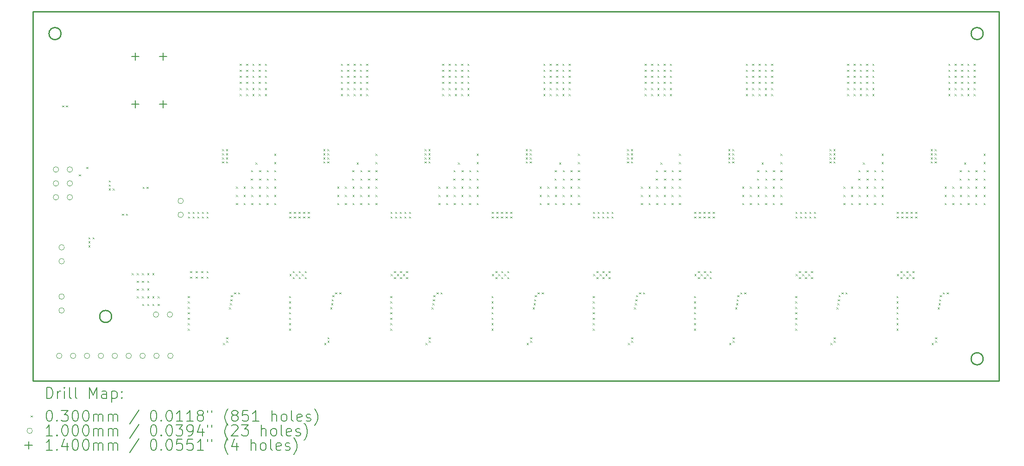
<source format=gbr>
%TF.GenerationSoftware,KiCad,Pcbnew,8.0.5*%
%TF.CreationDate,2024-10-14T14:14:47-05:00*%
%TF.ProjectId,bidirectional_load_switch,62696469-7265-4637-9469-6f6e616c5f6c,rev?*%
%TF.SameCoordinates,Original*%
%TF.FileFunction,Drillmap*%
%TF.FilePolarity,Positive*%
%FSLAX45Y45*%
G04 Gerber Fmt 4.5, Leading zero omitted, Abs format (unit mm)*
G04 Created by KiCad (PCBNEW 8.0.5) date 2024-10-14 14:14:47*
%MOMM*%
%LPD*%
G01*
G04 APERTURE LIST*
%ADD10C,0.254000*%
%ADD11C,0.200000*%
%ADD12C,0.100000*%
%ADD13C,0.140000*%
G04 APERTURE END LIST*
D10*
X7644606Y-11690001D02*
G75*
G02*
X7424606Y-11690001I-110000J0D01*
G01*
X7424606Y-11690001D02*
G75*
G02*
X7644606Y-11690001I110000J0D01*
G01*
X6719803Y-6515000D02*
G75*
G02*
X6499803Y-6515000I-110000J0D01*
G01*
X6499803Y-6515000D02*
G75*
G02*
X6719803Y-6515000I110000J0D01*
G01*
X6209803Y-6115000D02*
X23859803Y-6115000D01*
X23859803Y-12865000D01*
X6209803Y-12865000D01*
X6209803Y-6115000D01*
X23569803Y-6515000D02*
G75*
G02*
X23349803Y-6515000I-110000J0D01*
G01*
X23349803Y-6515000D02*
G75*
G02*
X23569803Y-6515000I110000J0D01*
G01*
X23569803Y-12465000D02*
G75*
G02*
X23349803Y-12465000I-110000J0D01*
G01*
X23349803Y-12465000D02*
G75*
G02*
X23569803Y-12465000I110000J0D01*
G01*
D11*
D12*
X6740000Y-7829580D02*
X6770000Y-7859580D01*
X6770000Y-7829580D02*
X6740000Y-7859580D01*
X6810400Y-7829580D02*
X6840400Y-7859580D01*
X6840400Y-7829580D02*
X6810400Y-7859580D01*
X7044926Y-9088394D02*
X7074926Y-9118394D01*
X7074926Y-9088394D02*
X7044926Y-9118394D01*
X7179276Y-8954044D02*
X7209276Y-8984044D01*
X7209276Y-8954044D02*
X7179276Y-8984044D01*
X7220000Y-10240000D02*
X7250000Y-10270000D01*
X7250000Y-10240000D02*
X7220000Y-10270000D01*
X7220000Y-10315000D02*
X7250000Y-10345000D01*
X7250000Y-10315000D02*
X7220000Y-10345000D01*
X7220000Y-10390000D02*
X7250000Y-10420000D01*
X7250000Y-10390000D02*
X7220000Y-10420000D01*
X7295000Y-10240000D02*
X7325000Y-10270000D01*
X7325000Y-10240000D02*
X7295000Y-10270000D01*
X7590000Y-9200000D02*
X7620000Y-9230000D01*
X7620000Y-9200000D02*
X7590000Y-9230000D01*
X7590000Y-9275000D02*
X7620000Y-9305000D01*
X7620000Y-9275000D02*
X7590000Y-9305000D01*
X7590000Y-9350000D02*
X7620000Y-9380000D01*
X7620000Y-9350000D02*
X7590000Y-9380000D01*
X7665000Y-9350000D02*
X7695000Y-9380000D01*
X7695000Y-9350000D02*
X7665000Y-9380000D01*
X7835000Y-9810000D02*
X7865000Y-9840000D01*
X7865000Y-9810000D02*
X7835000Y-9840000D01*
X7905000Y-9810000D02*
X7935000Y-9840000D01*
X7935000Y-9810000D02*
X7905000Y-9840000D01*
X8009160Y-10899160D02*
X8039160Y-10929160D01*
X8039160Y-10899160D02*
X8009160Y-10929160D01*
X8104160Y-10899160D02*
X8134160Y-10929160D01*
X8134160Y-10899160D02*
X8104160Y-10929160D01*
X8104160Y-11039160D02*
X8134160Y-11069160D01*
X8134160Y-11039160D02*
X8104160Y-11069160D01*
X8105000Y-11180000D02*
X8135000Y-11210000D01*
X8135000Y-11180000D02*
X8105000Y-11210000D01*
X8105000Y-11320000D02*
X8135000Y-11350000D01*
X8135000Y-11320000D02*
X8105000Y-11350000D01*
X8199160Y-10899160D02*
X8229160Y-10929160D01*
X8229160Y-10899160D02*
X8199160Y-10929160D01*
X8199160Y-11039160D02*
X8229160Y-11069160D01*
X8229160Y-11039160D02*
X8199160Y-11069160D01*
X8199160Y-11179160D02*
X8229160Y-11209160D01*
X8229160Y-11179160D02*
X8199160Y-11209160D01*
X8199160Y-11319160D02*
X8229160Y-11349160D01*
X8229160Y-11319160D02*
X8199160Y-11349160D01*
X8200000Y-11460000D02*
X8230000Y-11490000D01*
X8230000Y-11460000D02*
X8200000Y-11490000D01*
X8210000Y-9320000D02*
X8240000Y-9350000D01*
X8240000Y-9320000D02*
X8210000Y-9350000D01*
X8280000Y-9320000D02*
X8310000Y-9350000D01*
X8310000Y-9320000D02*
X8280000Y-9350000D01*
X8294160Y-10899160D02*
X8324160Y-10929160D01*
X8324160Y-10899160D02*
X8294160Y-10929160D01*
X8294160Y-11039160D02*
X8324160Y-11069160D01*
X8324160Y-11039160D02*
X8294160Y-11069160D01*
X8294160Y-11179160D02*
X8324160Y-11209160D01*
X8324160Y-11179160D02*
X8294160Y-11209160D01*
X8294160Y-11319160D02*
X8324160Y-11349160D01*
X8324160Y-11319160D02*
X8294160Y-11349160D01*
X8294160Y-11459160D02*
X8324160Y-11489160D01*
X8324160Y-11459160D02*
X8294160Y-11489160D01*
X8389160Y-10899160D02*
X8419160Y-10929160D01*
X8419160Y-10899160D02*
X8389160Y-10929160D01*
X8389160Y-11319160D02*
X8419160Y-11349160D01*
X8419160Y-11319160D02*
X8389160Y-11349160D01*
X8389160Y-11459160D02*
X8419160Y-11489160D01*
X8419160Y-11459160D02*
X8389160Y-11489160D01*
X8484160Y-11319160D02*
X8514160Y-11349160D01*
X8514160Y-11319160D02*
X8484160Y-11349160D01*
X8484160Y-11459160D02*
X8514160Y-11489160D01*
X8514160Y-11459160D02*
X8484160Y-11489160D01*
X9035000Y-11315000D02*
X9065000Y-11345000D01*
X9065000Y-11315000D02*
X9035000Y-11345000D01*
X9035000Y-11415000D02*
X9065000Y-11445000D01*
X9065000Y-11415000D02*
X9035000Y-11445000D01*
X9035000Y-11515000D02*
X9065000Y-11545000D01*
X9065000Y-11515000D02*
X9035000Y-11545000D01*
X9035000Y-11615000D02*
X9065000Y-11645000D01*
X9065000Y-11615000D02*
X9035000Y-11645000D01*
X9035000Y-11715000D02*
X9065000Y-11745000D01*
X9065000Y-11715000D02*
X9035000Y-11745000D01*
X9035000Y-11810000D02*
X9065000Y-11840000D01*
X9065000Y-11810000D02*
X9035000Y-11840000D01*
X9035000Y-11915000D02*
X9065000Y-11945000D01*
X9065000Y-11915000D02*
X9035000Y-11945000D01*
X9040000Y-9775000D02*
X9070000Y-9805000D01*
X9070000Y-9775000D02*
X9040000Y-9805000D01*
X9040000Y-9860000D02*
X9070000Y-9890000D01*
X9070000Y-9860000D02*
X9040000Y-9890000D01*
X9080000Y-10860000D02*
X9110000Y-10890000D01*
X9110000Y-10860000D02*
X9080000Y-10890000D01*
X9080000Y-10960000D02*
X9110000Y-10990000D01*
X9110000Y-10960000D02*
X9080000Y-10990000D01*
X9125000Y-9775000D02*
X9155000Y-9805000D01*
X9155000Y-9775000D02*
X9125000Y-9805000D01*
X9125000Y-9860000D02*
X9155000Y-9890000D01*
X9155000Y-9860000D02*
X9125000Y-9890000D01*
X9180000Y-10860000D02*
X9210000Y-10890000D01*
X9210000Y-10860000D02*
X9180000Y-10890000D01*
X9180000Y-10960000D02*
X9210000Y-10990000D01*
X9210000Y-10960000D02*
X9180000Y-10990000D01*
X9210000Y-9775000D02*
X9240000Y-9805000D01*
X9240000Y-9775000D02*
X9210000Y-9805000D01*
X9210000Y-9860000D02*
X9240000Y-9890000D01*
X9240000Y-9860000D02*
X9210000Y-9890000D01*
X9280000Y-10860000D02*
X9310000Y-10890000D01*
X9310000Y-10860000D02*
X9280000Y-10890000D01*
X9280000Y-10960000D02*
X9310000Y-10990000D01*
X9310000Y-10960000D02*
X9280000Y-10990000D01*
X9295000Y-9775000D02*
X9325000Y-9805000D01*
X9325000Y-9775000D02*
X9295000Y-9805000D01*
X9295000Y-9860000D02*
X9325000Y-9890000D01*
X9325000Y-9860000D02*
X9295000Y-9890000D01*
X9380000Y-9775000D02*
X9410000Y-9805000D01*
X9410000Y-9775000D02*
X9380000Y-9805000D01*
X9380000Y-9860000D02*
X9410000Y-9890000D01*
X9410000Y-9860000D02*
X9380000Y-9890000D01*
X9380000Y-10860000D02*
X9410000Y-10890000D01*
X9410000Y-10860000D02*
X9380000Y-10890000D01*
X9380000Y-10960000D02*
X9410000Y-10990000D01*
X9410000Y-10960000D02*
X9380000Y-10990000D01*
X9660000Y-8630000D02*
X9690000Y-8660000D01*
X9690000Y-8630000D02*
X9660000Y-8660000D01*
X9660000Y-8705000D02*
X9690000Y-8735000D01*
X9690000Y-8705000D02*
X9660000Y-8735000D01*
X9660000Y-8780000D02*
X9690000Y-8810000D01*
X9690000Y-8780000D02*
X9660000Y-8810000D01*
X9660000Y-8855000D02*
X9690000Y-8885000D01*
X9690000Y-8855000D02*
X9660000Y-8885000D01*
X9680000Y-12175000D02*
X9710000Y-12205000D01*
X9710000Y-12175000D02*
X9680000Y-12205000D01*
X9735000Y-8630000D02*
X9765000Y-8660000D01*
X9765000Y-8630000D02*
X9735000Y-8660000D01*
X9735000Y-8705000D02*
X9765000Y-8735000D01*
X9765000Y-8705000D02*
X9735000Y-8735000D01*
X9735000Y-8780000D02*
X9765000Y-8810000D01*
X9765000Y-8780000D02*
X9735000Y-8810000D01*
X9735000Y-8855000D02*
X9765000Y-8885000D01*
X9765000Y-8855000D02*
X9735000Y-8885000D01*
X9740000Y-12070000D02*
X9770000Y-12100000D01*
X9770000Y-12070000D02*
X9740000Y-12100000D01*
X9740000Y-12135000D02*
X9770000Y-12165000D01*
X9770000Y-12135000D02*
X9740000Y-12165000D01*
X9790000Y-11525000D02*
X9820000Y-11555000D01*
X9820000Y-11525000D02*
X9790000Y-11555000D01*
X9805000Y-11450000D02*
X9835000Y-11480000D01*
X9835000Y-11450000D02*
X9805000Y-11480000D01*
X9815000Y-11375000D02*
X9845000Y-11405000D01*
X9845000Y-11375000D02*
X9815000Y-11405000D01*
X9825000Y-11300000D02*
X9855000Y-11330000D01*
X9855000Y-11300000D02*
X9825000Y-11330000D01*
X9880000Y-11250000D02*
X9910000Y-11280000D01*
X9910000Y-11250000D02*
X9880000Y-11280000D01*
X9915000Y-9315000D02*
X9945000Y-9345000D01*
X9945000Y-9315000D02*
X9915000Y-9345000D01*
X9915000Y-9465000D02*
X9945000Y-9495000D01*
X9945000Y-9465000D02*
X9915000Y-9495000D01*
X9915000Y-9615000D02*
X9945000Y-9645000D01*
X9945000Y-9615000D02*
X9915000Y-9645000D01*
X9955000Y-11250000D02*
X9985000Y-11280000D01*
X9985000Y-11250000D02*
X9955000Y-11280000D01*
X9985000Y-7065000D02*
X10015000Y-7095000D01*
X10015000Y-7065000D02*
X9985000Y-7095000D01*
X9985000Y-7175000D02*
X10015000Y-7205000D01*
X10015000Y-7175000D02*
X9985000Y-7205000D01*
X9985000Y-7285000D02*
X10015000Y-7315000D01*
X10015000Y-7285000D02*
X9985000Y-7315000D01*
X9985000Y-7395000D02*
X10015000Y-7425000D01*
X10015000Y-7395000D02*
X9985000Y-7425000D01*
X9985000Y-7510000D02*
X10015000Y-7540000D01*
X10015000Y-7510000D02*
X9985000Y-7540000D01*
X9985000Y-7620000D02*
X10015000Y-7650000D01*
X10015000Y-7620000D02*
X9985000Y-7650000D01*
X10055000Y-9315000D02*
X10085000Y-9345000D01*
X10085000Y-9315000D02*
X10055000Y-9345000D01*
X10055000Y-9465000D02*
X10085000Y-9495000D01*
X10085000Y-9465000D02*
X10055000Y-9495000D01*
X10055000Y-9615000D02*
X10085000Y-9645000D01*
X10085000Y-9615000D02*
X10055000Y-9645000D01*
X10100000Y-7065000D02*
X10130000Y-7095000D01*
X10130000Y-7065000D02*
X10100000Y-7095000D01*
X10100000Y-7175000D02*
X10130000Y-7205000D01*
X10130000Y-7175000D02*
X10100000Y-7205000D01*
X10100000Y-7285000D02*
X10130000Y-7315000D01*
X10130000Y-7285000D02*
X10100000Y-7315000D01*
X10100000Y-7395000D02*
X10130000Y-7425000D01*
X10130000Y-7395000D02*
X10100000Y-7425000D01*
X10100000Y-7510000D02*
X10130000Y-7540000D01*
X10130000Y-7510000D02*
X10100000Y-7540000D01*
X10100000Y-7620000D02*
X10130000Y-7650000D01*
X10130000Y-7620000D02*
X10100000Y-7650000D01*
X10185000Y-9165000D02*
X10215000Y-9195000D01*
X10215000Y-9165000D02*
X10185000Y-9195000D01*
X10190000Y-9015000D02*
X10220000Y-9045000D01*
X10220000Y-9015000D02*
X10190000Y-9045000D01*
X10195000Y-9315000D02*
X10225000Y-9345000D01*
X10225000Y-9315000D02*
X10195000Y-9345000D01*
X10195000Y-9465000D02*
X10225000Y-9495000D01*
X10225000Y-9465000D02*
X10195000Y-9495000D01*
X10195000Y-9615000D02*
X10225000Y-9645000D01*
X10225000Y-9615000D02*
X10195000Y-9645000D01*
X10215000Y-7065000D02*
X10245000Y-7095000D01*
X10245000Y-7065000D02*
X10215000Y-7095000D01*
X10215000Y-7175000D02*
X10245000Y-7205000D01*
X10245000Y-7175000D02*
X10215000Y-7205000D01*
X10215000Y-7285000D02*
X10245000Y-7315000D01*
X10245000Y-7285000D02*
X10215000Y-7315000D01*
X10215000Y-7395000D02*
X10245000Y-7425000D01*
X10245000Y-7395000D02*
X10215000Y-7425000D01*
X10215000Y-7510000D02*
X10245000Y-7540000D01*
X10245000Y-7510000D02*
X10215000Y-7540000D01*
X10215000Y-7620000D02*
X10245000Y-7650000D01*
X10245000Y-7620000D02*
X10215000Y-7650000D01*
X10270000Y-8875000D02*
X10300000Y-8905000D01*
X10300000Y-8875000D02*
X10270000Y-8905000D01*
X10330000Y-7065000D02*
X10360000Y-7095000D01*
X10360000Y-7065000D02*
X10330000Y-7095000D01*
X10330000Y-7175000D02*
X10360000Y-7205000D01*
X10360000Y-7175000D02*
X10330000Y-7205000D01*
X10330000Y-7285000D02*
X10360000Y-7315000D01*
X10360000Y-7285000D02*
X10330000Y-7315000D01*
X10330000Y-7395000D02*
X10360000Y-7425000D01*
X10360000Y-7395000D02*
X10330000Y-7425000D01*
X10330000Y-7510000D02*
X10360000Y-7540000D01*
X10360000Y-7510000D02*
X10330000Y-7540000D01*
X10330000Y-7620000D02*
X10360000Y-7650000D01*
X10360000Y-7620000D02*
X10330000Y-7650000D01*
X10335000Y-9315000D02*
X10365000Y-9345000D01*
X10365000Y-9315000D02*
X10335000Y-9345000D01*
X10335000Y-9465000D02*
X10365000Y-9495000D01*
X10365000Y-9465000D02*
X10335000Y-9495000D01*
X10335000Y-9615000D02*
X10365000Y-9645000D01*
X10365000Y-9615000D02*
X10335000Y-9645000D01*
X10340000Y-9015000D02*
X10370000Y-9045000D01*
X10370000Y-9015000D02*
X10340000Y-9045000D01*
X10340000Y-9165000D02*
X10370000Y-9195000D01*
X10370000Y-9165000D02*
X10340000Y-9195000D01*
X10445000Y-7065000D02*
X10475000Y-7095000D01*
X10475000Y-7065000D02*
X10445000Y-7095000D01*
X10445000Y-7175000D02*
X10475000Y-7205000D01*
X10475000Y-7175000D02*
X10445000Y-7205000D01*
X10445000Y-7285000D02*
X10475000Y-7315000D01*
X10475000Y-7285000D02*
X10445000Y-7315000D01*
X10445000Y-7395000D02*
X10475000Y-7425000D01*
X10475000Y-7395000D02*
X10445000Y-7425000D01*
X10445000Y-7510000D02*
X10475000Y-7540000D01*
X10475000Y-7510000D02*
X10445000Y-7540000D01*
X10445000Y-7620000D02*
X10475000Y-7650000D01*
X10475000Y-7620000D02*
X10445000Y-7650000D01*
X10475000Y-9315000D02*
X10505000Y-9345000D01*
X10505000Y-9315000D02*
X10475000Y-9345000D01*
X10475000Y-9465000D02*
X10505000Y-9495000D01*
X10505000Y-9465000D02*
X10475000Y-9495000D01*
X10475000Y-9615000D02*
X10505000Y-9645000D01*
X10505000Y-9615000D02*
X10475000Y-9645000D01*
X10480000Y-9015000D02*
X10510000Y-9045000D01*
X10510000Y-9015000D02*
X10480000Y-9045000D01*
X10480000Y-9165000D02*
X10510000Y-9195000D01*
X10510000Y-9165000D02*
X10480000Y-9195000D01*
X10615000Y-8715000D02*
X10645000Y-8745000D01*
X10645000Y-8715000D02*
X10615000Y-8745000D01*
X10615000Y-8865000D02*
X10645000Y-8895000D01*
X10645000Y-8865000D02*
X10615000Y-8895000D01*
X10615000Y-9015000D02*
X10645000Y-9045000D01*
X10645000Y-9015000D02*
X10615000Y-9045000D01*
X10615000Y-9165000D02*
X10645000Y-9195000D01*
X10645000Y-9165000D02*
X10615000Y-9195000D01*
X10615000Y-9315000D02*
X10645000Y-9345000D01*
X10645000Y-9315000D02*
X10615000Y-9345000D01*
X10615000Y-9465000D02*
X10645000Y-9495000D01*
X10645000Y-9465000D02*
X10615000Y-9495000D01*
X10615000Y-9615000D02*
X10645000Y-9645000D01*
X10645000Y-9615000D02*
X10615000Y-9645000D01*
X10885000Y-11315000D02*
X10915000Y-11345000D01*
X10915000Y-11315000D02*
X10885000Y-11345000D01*
X10885000Y-11415000D02*
X10915000Y-11445000D01*
X10915000Y-11415000D02*
X10885000Y-11445000D01*
X10885000Y-11515000D02*
X10915000Y-11545000D01*
X10915000Y-11515000D02*
X10885000Y-11545000D01*
X10885000Y-11615000D02*
X10915000Y-11645000D01*
X10915000Y-11615000D02*
X10885000Y-11645000D01*
X10885000Y-11715000D02*
X10915000Y-11745000D01*
X10915000Y-11715000D02*
X10885000Y-11745000D01*
X10885000Y-11810000D02*
X10915000Y-11840000D01*
X10915000Y-11810000D02*
X10885000Y-11840000D01*
X10885000Y-11915000D02*
X10915000Y-11945000D01*
X10915000Y-11915000D02*
X10885000Y-11945000D01*
X10890000Y-9775000D02*
X10920000Y-9805000D01*
X10920000Y-9775000D02*
X10890000Y-9805000D01*
X10890000Y-9860000D02*
X10920000Y-9890000D01*
X10920000Y-9860000D02*
X10890000Y-9890000D01*
X10895000Y-10915000D02*
X10925000Y-10945000D01*
X10925000Y-10915000D02*
X10895000Y-10945000D01*
X10955000Y-10860000D02*
X10985000Y-10890000D01*
X10985000Y-10860000D02*
X10955000Y-10890000D01*
X10955000Y-10970000D02*
X10985000Y-11000000D01*
X10985000Y-10970000D02*
X10955000Y-11000000D01*
X10975000Y-9775000D02*
X11005000Y-9805000D01*
X11005000Y-9775000D02*
X10975000Y-9805000D01*
X10975000Y-9860000D02*
X11005000Y-9890000D01*
X11005000Y-9860000D02*
X10975000Y-9890000D01*
X11010000Y-10915000D02*
X11040000Y-10945000D01*
X11040000Y-10915000D02*
X11010000Y-10945000D01*
X11060000Y-9775000D02*
X11090000Y-9805000D01*
X11090000Y-9775000D02*
X11060000Y-9805000D01*
X11060000Y-9860000D02*
X11090000Y-9890000D01*
X11090000Y-9860000D02*
X11060000Y-9890000D01*
X11065000Y-10860000D02*
X11095000Y-10890000D01*
X11095000Y-10860000D02*
X11065000Y-10890000D01*
X11065000Y-10970000D02*
X11095000Y-11000000D01*
X11095000Y-10970000D02*
X11065000Y-11000000D01*
X11120000Y-10915000D02*
X11150000Y-10945000D01*
X11150000Y-10915000D02*
X11120000Y-10945000D01*
X11145000Y-9775000D02*
X11175000Y-9805000D01*
X11175000Y-9775000D02*
X11145000Y-9805000D01*
X11145000Y-9860000D02*
X11175000Y-9890000D01*
X11175000Y-9860000D02*
X11145000Y-9890000D01*
X11175000Y-10860000D02*
X11205000Y-10890000D01*
X11205000Y-10860000D02*
X11175000Y-10890000D01*
X11175000Y-10970000D02*
X11205000Y-11000000D01*
X11205000Y-10970000D02*
X11175000Y-11000000D01*
X11230000Y-9775000D02*
X11260000Y-9805000D01*
X11260000Y-9775000D02*
X11230000Y-9805000D01*
X11230000Y-9860000D02*
X11260000Y-9890000D01*
X11260000Y-9860000D02*
X11230000Y-9890000D01*
X11510000Y-8630000D02*
X11540000Y-8660000D01*
X11540000Y-8630000D02*
X11510000Y-8660000D01*
X11510000Y-8705000D02*
X11540000Y-8735000D01*
X11540000Y-8705000D02*
X11510000Y-8735000D01*
X11510000Y-8780000D02*
X11540000Y-8810000D01*
X11540000Y-8780000D02*
X11510000Y-8810000D01*
X11510000Y-8855000D02*
X11540000Y-8885000D01*
X11540000Y-8855000D02*
X11510000Y-8885000D01*
X11530000Y-12175000D02*
X11560000Y-12205000D01*
X11560000Y-12175000D02*
X11530000Y-12205000D01*
X11585000Y-8630000D02*
X11615000Y-8660000D01*
X11615000Y-8630000D02*
X11585000Y-8660000D01*
X11585000Y-8705000D02*
X11615000Y-8735000D01*
X11615000Y-8705000D02*
X11585000Y-8735000D01*
X11585000Y-8780000D02*
X11615000Y-8810000D01*
X11615000Y-8780000D02*
X11585000Y-8810000D01*
X11585000Y-8855000D02*
X11615000Y-8885000D01*
X11615000Y-8855000D02*
X11585000Y-8885000D01*
X11590000Y-12070000D02*
X11620000Y-12100000D01*
X11620000Y-12070000D02*
X11590000Y-12100000D01*
X11590000Y-12135000D02*
X11620000Y-12165000D01*
X11620000Y-12135000D02*
X11590000Y-12165000D01*
X11640000Y-11525000D02*
X11670000Y-11555000D01*
X11670000Y-11525000D02*
X11640000Y-11555000D01*
X11655000Y-11450000D02*
X11685000Y-11480000D01*
X11685000Y-11450000D02*
X11655000Y-11480000D01*
X11665000Y-11375000D02*
X11695000Y-11405000D01*
X11695000Y-11375000D02*
X11665000Y-11405000D01*
X11675000Y-11300000D02*
X11705000Y-11330000D01*
X11705000Y-11300000D02*
X11675000Y-11330000D01*
X11730000Y-11250000D02*
X11760000Y-11280000D01*
X11760000Y-11250000D02*
X11730000Y-11280000D01*
X11765000Y-9315000D02*
X11795000Y-9345000D01*
X11795000Y-9315000D02*
X11765000Y-9345000D01*
X11765000Y-9465000D02*
X11795000Y-9495000D01*
X11795000Y-9465000D02*
X11765000Y-9495000D01*
X11765000Y-9615000D02*
X11795000Y-9645000D01*
X11795000Y-9615000D02*
X11765000Y-9645000D01*
X11805000Y-11250000D02*
X11835000Y-11280000D01*
X11835000Y-11250000D02*
X11805000Y-11280000D01*
X11835000Y-7065000D02*
X11865000Y-7095000D01*
X11865000Y-7065000D02*
X11835000Y-7095000D01*
X11835000Y-7175000D02*
X11865000Y-7205000D01*
X11865000Y-7175000D02*
X11835000Y-7205000D01*
X11835000Y-7285000D02*
X11865000Y-7315000D01*
X11865000Y-7285000D02*
X11835000Y-7315000D01*
X11835000Y-7395000D02*
X11865000Y-7425000D01*
X11865000Y-7395000D02*
X11835000Y-7425000D01*
X11835000Y-7510000D02*
X11865000Y-7540000D01*
X11865000Y-7510000D02*
X11835000Y-7540000D01*
X11835000Y-7620000D02*
X11865000Y-7650000D01*
X11865000Y-7620000D02*
X11835000Y-7650000D01*
X11905000Y-9315000D02*
X11935000Y-9345000D01*
X11935000Y-9315000D02*
X11905000Y-9345000D01*
X11905000Y-9465000D02*
X11935000Y-9495000D01*
X11935000Y-9465000D02*
X11905000Y-9495000D01*
X11905000Y-9615000D02*
X11935000Y-9645000D01*
X11935000Y-9615000D02*
X11905000Y-9645000D01*
X11950000Y-7065000D02*
X11980000Y-7095000D01*
X11980000Y-7065000D02*
X11950000Y-7095000D01*
X11950000Y-7175000D02*
X11980000Y-7205000D01*
X11980000Y-7175000D02*
X11950000Y-7205000D01*
X11950000Y-7285000D02*
X11980000Y-7315000D01*
X11980000Y-7285000D02*
X11950000Y-7315000D01*
X11950000Y-7395000D02*
X11980000Y-7425000D01*
X11980000Y-7395000D02*
X11950000Y-7425000D01*
X11950000Y-7510000D02*
X11980000Y-7540000D01*
X11980000Y-7510000D02*
X11950000Y-7540000D01*
X11950000Y-7620000D02*
X11980000Y-7650000D01*
X11980000Y-7620000D02*
X11950000Y-7650000D01*
X12035000Y-9165000D02*
X12065000Y-9195000D01*
X12065000Y-9165000D02*
X12035000Y-9195000D01*
X12040000Y-9015000D02*
X12070000Y-9045000D01*
X12070000Y-9015000D02*
X12040000Y-9045000D01*
X12045000Y-9315000D02*
X12075000Y-9345000D01*
X12075000Y-9315000D02*
X12045000Y-9345000D01*
X12045000Y-9465000D02*
X12075000Y-9495000D01*
X12075000Y-9465000D02*
X12045000Y-9495000D01*
X12045000Y-9615000D02*
X12075000Y-9645000D01*
X12075000Y-9615000D02*
X12045000Y-9645000D01*
X12065000Y-7065000D02*
X12095000Y-7095000D01*
X12095000Y-7065000D02*
X12065000Y-7095000D01*
X12065000Y-7175000D02*
X12095000Y-7205000D01*
X12095000Y-7175000D02*
X12065000Y-7205000D01*
X12065000Y-7285000D02*
X12095000Y-7315000D01*
X12095000Y-7285000D02*
X12065000Y-7315000D01*
X12065000Y-7395000D02*
X12095000Y-7425000D01*
X12095000Y-7395000D02*
X12065000Y-7425000D01*
X12065000Y-7510000D02*
X12095000Y-7540000D01*
X12095000Y-7510000D02*
X12065000Y-7540000D01*
X12065000Y-7620000D02*
X12095000Y-7650000D01*
X12095000Y-7620000D02*
X12065000Y-7650000D01*
X12120000Y-8875000D02*
X12150000Y-8905000D01*
X12150000Y-8875000D02*
X12120000Y-8905000D01*
X12180000Y-7065000D02*
X12210000Y-7095000D01*
X12210000Y-7065000D02*
X12180000Y-7095000D01*
X12180000Y-7175000D02*
X12210000Y-7205000D01*
X12210000Y-7175000D02*
X12180000Y-7205000D01*
X12180000Y-7285000D02*
X12210000Y-7315000D01*
X12210000Y-7285000D02*
X12180000Y-7315000D01*
X12180000Y-7395000D02*
X12210000Y-7425000D01*
X12210000Y-7395000D02*
X12180000Y-7425000D01*
X12180000Y-7510000D02*
X12210000Y-7540000D01*
X12210000Y-7510000D02*
X12180000Y-7540000D01*
X12180000Y-7620000D02*
X12210000Y-7650000D01*
X12210000Y-7620000D02*
X12180000Y-7650000D01*
X12185000Y-9315000D02*
X12215000Y-9345000D01*
X12215000Y-9315000D02*
X12185000Y-9345000D01*
X12185000Y-9465000D02*
X12215000Y-9495000D01*
X12215000Y-9465000D02*
X12185000Y-9495000D01*
X12185000Y-9615000D02*
X12215000Y-9645000D01*
X12215000Y-9615000D02*
X12185000Y-9645000D01*
X12190000Y-9015000D02*
X12220000Y-9045000D01*
X12220000Y-9015000D02*
X12190000Y-9045000D01*
X12190000Y-9165000D02*
X12220000Y-9195000D01*
X12220000Y-9165000D02*
X12190000Y-9195000D01*
X12295000Y-7065000D02*
X12325000Y-7095000D01*
X12325000Y-7065000D02*
X12295000Y-7095000D01*
X12295000Y-7175000D02*
X12325000Y-7205000D01*
X12325000Y-7175000D02*
X12295000Y-7205000D01*
X12295000Y-7285000D02*
X12325000Y-7315000D01*
X12325000Y-7285000D02*
X12295000Y-7315000D01*
X12295000Y-7395000D02*
X12325000Y-7425000D01*
X12325000Y-7395000D02*
X12295000Y-7425000D01*
X12295000Y-7510000D02*
X12325000Y-7540000D01*
X12325000Y-7510000D02*
X12295000Y-7540000D01*
X12295000Y-7620000D02*
X12325000Y-7650000D01*
X12325000Y-7620000D02*
X12295000Y-7650000D01*
X12325000Y-9315000D02*
X12355000Y-9345000D01*
X12355000Y-9315000D02*
X12325000Y-9345000D01*
X12325000Y-9465000D02*
X12355000Y-9495000D01*
X12355000Y-9465000D02*
X12325000Y-9495000D01*
X12325000Y-9615000D02*
X12355000Y-9645000D01*
X12355000Y-9615000D02*
X12325000Y-9645000D01*
X12330000Y-9015000D02*
X12360000Y-9045000D01*
X12360000Y-9015000D02*
X12330000Y-9045000D01*
X12330000Y-9165000D02*
X12360000Y-9195000D01*
X12360000Y-9165000D02*
X12330000Y-9195000D01*
X12465000Y-8715000D02*
X12495000Y-8745000D01*
X12495000Y-8715000D02*
X12465000Y-8745000D01*
X12465000Y-8865000D02*
X12495000Y-8895000D01*
X12495000Y-8865000D02*
X12465000Y-8895000D01*
X12465000Y-9015000D02*
X12495000Y-9045000D01*
X12495000Y-9015000D02*
X12465000Y-9045000D01*
X12465000Y-9165000D02*
X12495000Y-9195000D01*
X12495000Y-9165000D02*
X12465000Y-9195000D01*
X12465000Y-9315000D02*
X12495000Y-9345000D01*
X12495000Y-9315000D02*
X12465000Y-9345000D01*
X12465000Y-9465000D02*
X12495000Y-9495000D01*
X12495000Y-9465000D02*
X12465000Y-9495000D01*
X12465000Y-9615000D02*
X12495000Y-9645000D01*
X12495000Y-9615000D02*
X12465000Y-9645000D01*
X12735000Y-11315000D02*
X12765000Y-11345000D01*
X12765000Y-11315000D02*
X12735000Y-11345000D01*
X12735000Y-11415000D02*
X12765000Y-11445000D01*
X12765000Y-11415000D02*
X12735000Y-11445000D01*
X12735000Y-11515000D02*
X12765000Y-11545000D01*
X12765000Y-11515000D02*
X12735000Y-11545000D01*
X12735000Y-11615000D02*
X12765000Y-11645000D01*
X12765000Y-11615000D02*
X12735000Y-11645000D01*
X12735000Y-11715000D02*
X12765000Y-11745000D01*
X12765000Y-11715000D02*
X12735000Y-11745000D01*
X12735000Y-11810000D02*
X12765000Y-11840000D01*
X12765000Y-11810000D02*
X12735000Y-11840000D01*
X12735000Y-11915000D02*
X12765000Y-11945000D01*
X12765000Y-11915000D02*
X12735000Y-11945000D01*
X12740000Y-9775000D02*
X12770000Y-9805000D01*
X12770000Y-9775000D02*
X12740000Y-9805000D01*
X12740000Y-9860000D02*
X12770000Y-9890000D01*
X12770000Y-9860000D02*
X12740000Y-9890000D01*
X12745000Y-10915000D02*
X12775000Y-10945000D01*
X12775000Y-10915000D02*
X12745000Y-10945000D01*
X12805000Y-10860000D02*
X12835000Y-10890000D01*
X12835000Y-10860000D02*
X12805000Y-10890000D01*
X12805000Y-10970000D02*
X12835000Y-11000000D01*
X12835000Y-10970000D02*
X12805000Y-11000000D01*
X12825000Y-9775000D02*
X12855000Y-9805000D01*
X12855000Y-9775000D02*
X12825000Y-9805000D01*
X12825000Y-9860000D02*
X12855000Y-9890000D01*
X12855000Y-9860000D02*
X12825000Y-9890000D01*
X12860000Y-10915000D02*
X12890000Y-10945000D01*
X12890000Y-10915000D02*
X12860000Y-10945000D01*
X12910000Y-9775000D02*
X12940000Y-9805000D01*
X12940000Y-9775000D02*
X12910000Y-9805000D01*
X12910000Y-9860000D02*
X12940000Y-9890000D01*
X12940000Y-9860000D02*
X12910000Y-9890000D01*
X12915000Y-10860000D02*
X12945000Y-10890000D01*
X12945000Y-10860000D02*
X12915000Y-10890000D01*
X12915000Y-10970000D02*
X12945000Y-11000000D01*
X12945000Y-10970000D02*
X12915000Y-11000000D01*
X12970000Y-10915000D02*
X13000000Y-10945000D01*
X13000000Y-10915000D02*
X12970000Y-10945000D01*
X12995000Y-9775000D02*
X13025000Y-9805000D01*
X13025000Y-9775000D02*
X12995000Y-9805000D01*
X12995000Y-9860000D02*
X13025000Y-9890000D01*
X13025000Y-9860000D02*
X12995000Y-9890000D01*
X13025000Y-10860000D02*
X13055000Y-10890000D01*
X13055000Y-10860000D02*
X13025000Y-10890000D01*
X13025000Y-10970000D02*
X13055000Y-11000000D01*
X13055000Y-10970000D02*
X13025000Y-11000000D01*
X13080000Y-9775000D02*
X13110000Y-9805000D01*
X13110000Y-9775000D02*
X13080000Y-9805000D01*
X13080000Y-9860000D02*
X13110000Y-9890000D01*
X13110000Y-9860000D02*
X13080000Y-9890000D01*
X13360000Y-8630000D02*
X13390000Y-8660000D01*
X13390000Y-8630000D02*
X13360000Y-8660000D01*
X13360000Y-8705000D02*
X13390000Y-8735000D01*
X13390000Y-8705000D02*
X13360000Y-8735000D01*
X13360000Y-8780000D02*
X13390000Y-8810000D01*
X13390000Y-8780000D02*
X13360000Y-8810000D01*
X13360000Y-8855000D02*
X13390000Y-8885000D01*
X13390000Y-8855000D02*
X13360000Y-8885000D01*
X13380000Y-12175000D02*
X13410000Y-12205000D01*
X13410000Y-12175000D02*
X13380000Y-12205000D01*
X13435000Y-8630000D02*
X13465000Y-8660000D01*
X13465000Y-8630000D02*
X13435000Y-8660000D01*
X13435000Y-8705000D02*
X13465000Y-8735000D01*
X13465000Y-8705000D02*
X13435000Y-8735000D01*
X13435000Y-8780000D02*
X13465000Y-8810000D01*
X13465000Y-8780000D02*
X13435000Y-8810000D01*
X13435000Y-8855000D02*
X13465000Y-8885000D01*
X13465000Y-8855000D02*
X13435000Y-8885000D01*
X13440000Y-12070000D02*
X13470000Y-12100000D01*
X13470000Y-12070000D02*
X13440000Y-12100000D01*
X13440000Y-12135000D02*
X13470000Y-12165000D01*
X13470000Y-12135000D02*
X13440000Y-12165000D01*
X13490000Y-11525000D02*
X13520000Y-11555000D01*
X13520000Y-11525000D02*
X13490000Y-11555000D01*
X13505000Y-11450000D02*
X13535000Y-11480000D01*
X13535000Y-11450000D02*
X13505000Y-11480000D01*
X13515000Y-11375000D02*
X13545000Y-11405000D01*
X13545000Y-11375000D02*
X13515000Y-11405000D01*
X13525000Y-11300000D02*
X13555000Y-11330000D01*
X13555000Y-11300000D02*
X13525000Y-11330000D01*
X13580000Y-11250000D02*
X13610000Y-11280000D01*
X13610000Y-11250000D02*
X13580000Y-11280000D01*
X13615000Y-9315000D02*
X13645000Y-9345000D01*
X13645000Y-9315000D02*
X13615000Y-9345000D01*
X13615000Y-9465000D02*
X13645000Y-9495000D01*
X13645000Y-9465000D02*
X13615000Y-9495000D01*
X13615000Y-9615000D02*
X13645000Y-9645000D01*
X13645000Y-9615000D02*
X13615000Y-9645000D01*
X13655000Y-11250000D02*
X13685000Y-11280000D01*
X13685000Y-11250000D02*
X13655000Y-11280000D01*
X13685000Y-7065000D02*
X13715000Y-7095000D01*
X13715000Y-7065000D02*
X13685000Y-7095000D01*
X13685000Y-7175000D02*
X13715000Y-7205000D01*
X13715000Y-7175000D02*
X13685000Y-7205000D01*
X13685000Y-7285000D02*
X13715000Y-7315000D01*
X13715000Y-7285000D02*
X13685000Y-7315000D01*
X13685000Y-7395000D02*
X13715000Y-7425000D01*
X13715000Y-7395000D02*
X13685000Y-7425000D01*
X13685000Y-7510000D02*
X13715000Y-7540000D01*
X13715000Y-7510000D02*
X13685000Y-7540000D01*
X13685000Y-7620000D02*
X13715000Y-7650000D01*
X13715000Y-7620000D02*
X13685000Y-7650000D01*
X13755000Y-9315000D02*
X13785000Y-9345000D01*
X13785000Y-9315000D02*
X13755000Y-9345000D01*
X13755000Y-9465000D02*
X13785000Y-9495000D01*
X13785000Y-9465000D02*
X13755000Y-9495000D01*
X13755000Y-9615000D02*
X13785000Y-9645000D01*
X13785000Y-9615000D02*
X13755000Y-9645000D01*
X13800000Y-7065000D02*
X13830000Y-7095000D01*
X13830000Y-7065000D02*
X13800000Y-7095000D01*
X13800000Y-7175000D02*
X13830000Y-7205000D01*
X13830000Y-7175000D02*
X13800000Y-7205000D01*
X13800000Y-7285000D02*
X13830000Y-7315000D01*
X13830000Y-7285000D02*
X13800000Y-7315000D01*
X13800000Y-7395000D02*
X13830000Y-7425000D01*
X13830000Y-7395000D02*
X13800000Y-7425000D01*
X13800000Y-7510000D02*
X13830000Y-7540000D01*
X13830000Y-7510000D02*
X13800000Y-7540000D01*
X13800000Y-7620000D02*
X13830000Y-7650000D01*
X13830000Y-7620000D02*
X13800000Y-7650000D01*
X13885000Y-9165000D02*
X13915000Y-9195000D01*
X13915000Y-9165000D02*
X13885000Y-9195000D01*
X13890000Y-9015000D02*
X13920000Y-9045000D01*
X13920000Y-9015000D02*
X13890000Y-9045000D01*
X13895000Y-9315000D02*
X13925000Y-9345000D01*
X13925000Y-9315000D02*
X13895000Y-9345000D01*
X13895000Y-9465000D02*
X13925000Y-9495000D01*
X13925000Y-9465000D02*
X13895000Y-9495000D01*
X13895000Y-9615000D02*
X13925000Y-9645000D01*
X13925000Y-9615000D02*
X13895000Y-9645000D01*
X13915000Y-7065000D02*
X13945000Y-7095000D01*
X13945000Y-7065000D02*
X13915000Y-7095000D01*
X13915000Y-7175000D02*
X13945000Y-7205000D01*
X13945000Y-7175000D02*
X13915000Y-7205000D01*
X13915000Y-7285000D02*
X13945000Y-7315000D01*
X13945000Y-7285000D02*
X13915000Y-7315000D01*
X13915000Y-7395000D02*
X13945000Y-7425000D01*
X13945000Y-7395000D02*
X13915000Y-7425000D01*
X13915000Y-7510000D02*
X13945000Y-7540000D01*
X13945000Y-7510000D02*
X13915000Y-7540000D01*
X13915000Y-7620000D02*
X13945000Y-7650000D01*
X13945000Y-7620000D02*
X13915000Y-7650000D01*
X13970000Y-8875000D02*
X14000000Y-8905000D01*
X14000000Y-8875000D02*
X13970000Y-8905000D01*
X14030000Y-7065000D02*
X14060000Y-7095000D01*
X14060000Y-7065000D02*
X14030000Y-7095000D01*
X14030000Y-7175000D02*
X14060000Y-7205000D01*
X14060000Y-7175000D02*
X14030000Y-7205000D01*
X14030000Y-7285000D02*
X14060000Y-7315000D01*
X14060000Y-7285000D02*
X14030000Y-7315000D01*
X14030000Y-7395000D02*
X14060000Y-7425000D01*
X14060000Y-7395000D02*
X14030000Y-7425000D01*
X14030000Y-7510000D02*
X14060000Y-7540000D01*
X14060000Y-7510000D02*
X14030000Y-7540000D01*
X14030000Y-7620000D02*
X14060000Y-7650000D01*
X14060000Y-7620000D02*
X14030000Y-7650000D01*
X14035000Y-9315000D02*
X14065000Y-9345000D01*
X14065000Y-9315000D02*
X14035000Y-9345000D01*
X14035000Y-9465000D02*
X14065000Y-9495000D01*
X14065000Y-9465000D02*
X14035000Y-9495000D01*
X14035000Y-9615000D02*
X14065000Y-9645000D01*
X14065000Y-9615000D02*
X14035000Y-9645000D01*
X14040000Y-9015000D02*
X14070000Y-9045000D01*
X14070000Y-9015000D02*
X14040000Y-9045000D01*
X14040000Y-9165000D02*
X14070000Y-9195000D01*
X14070000Y-9165000D02*
X14040000Y-9195000D01*
X14145000Y-7065000D02*
X14175000Y-7095000D01*
X14175000Y-7065000D02*
X14145000Y-7095000D01*
X14145000Y-7175000D02*
X14175000Y-7205000D01*
X14175000Y-7175000D02*
X14145000Y-7205000D01*
X14145000Y-7285000D02*
X14175000Y-7315000D01*
X14175000Y-7285000D02*
X14145000Y-7315000D01*
X14145000Y-7395000D02*
X14175000Y-7425000D01*
X14175000Y-7395000D02*
X14145000Y-7425000D01*
X14145000Y-7510000D02*
X14175000Y-7540000D01*
X14175000Y-7510000D02*
X14145000Y-7540000D01*
X14145000Y-7620000D02*
X14175000Y-7650000D01*
X14175000Y-7620000D02*
X14145000Y-7650000D01*
X14175000Y-9315000D02*
X14205000Y-9345000D01*
X14205000Y-9315000D02*
X14175000Y-9345000D01*
X14175000Y-9465000D02*
X14205000Y-9495000D01*
X14205000Y-9465000D02*
X14175000Y-9495000D01*
X14175000Y-9615000D02*
X14205000Y-9645000D01*
X14205000Y-9615000D02*
X14175000Y-9645000D01*
X14180000Y-9015000D02*
X14210000Y-9045000D01*
X14210000Y-9015000D02*
X14180000Y-9045000D01*
X14180000Y-9165000D02*
X14210000Y-9195000D01*
X14210000Y-9165000D02*
X14180000Y-9195000D01*
X14315000Y-8715000D02*
X14345000Y-8745000D01*
X14345000Y-8715000D02*
X14315000Y-8745000D01*
X14315000Y-8865000D02*
X14345000Y-8895000D01*
X14345000Y-8865000D02*
X14315000Y-8895000D01*
X14315000Y-9015000D02*
X14345000Y-9045000D01*
X14345000Y-9015000D02*
X14315000Y-9045000D01*
X14315000Y-9165000D02*
X14345000Y-9195000D01*
X14345000Y-9165000D02*
X14315000Y-9195000D01*
X14315000Y-9315000D02*
X14345000Y-9345000D01*
X14345000Y-9315000D02*
X14315000Y-9345000D01*
X14315000Y-9465000D02*
X14345000Y-9495000D01*
X14345000Y-9465000D02*
X14315000Y-9495000D01*
X14315000Y-9615000D02*
X14345000Y-9645000D01*
X14345000Y-9615000D02*
X14315000Y-9645000D01*
X14585000Y-11315000D02*
X14615000Y-11345000D01*
X14615000Y-11315000D02*
X14585000Y-11345000D01*
X14585000Y-11415000D02*
X14615000Y-11445000D01*
X14615000Y-11415000D02*
X14585000Y-11445000D01*
X14585000Y-11515000D02*
X14615000Y-11545000D01*
X14615000Y-11515000D02*
X14585000Y-11545000D01*
X14585000Y-11615000D02*
X14615000Y-11645000D01*
X14615000Y-11615000D02*
X14585000Y-11645000D01*
X14585000Y-11715000D02*
X14615000Y-11745000D01*
X14615000Y-11715000D02*
X14585000Y-11745000D01*
X14585000Y-11810000D02*
X14615000Y-11840000D01*
X14615000Y-11810000D02*
X14585000Y-11840000D01*
X14585000Y-11915000D02*
X14615000Y-11945000D01*
X14615000Y-11915000D02*
X14585000Y-11945000D01*
X14590000Y-9775000D02*
X14620000Y-9805000D01*
X14620000Y-9775000D02*
X14590000Y-9805000D01*
X14590000Y-9860000D02*
X14620000Y-9890000D01*
X14620000Y-9860000D02*
X14590000Y-9890000D01*
X14595000Y-10915000D02*
X14625000Y-10945000D01*
X14625000Y-10915000D02*
X14595000Y-10945000D01*
X14655000Y-10860000D02*
X14685000Y-10890000D01*
X14685000Y-10860000D02*
X14655000Y-10890000D01*
X14655000Y-10970000D02*
X14685000Y-11000000D01*
X14685000Y-10970000D02*
X14655000Y-11000000D01*
X14675000Y-9775000D02*
X14705000Y-9805000D01*
X14705000Y-9775000D02*
X14675000Y-9805000D01*
X14675000Y-9860000D02*
X14705000Y-9890000D01*
X14705000Y-9860000D02*
X14675000Y-9890000D01*
X14710000Y-10915000D02*
X14740000Y-10945000D01*
X14740000Y-10915000D02*
X14710000Y-10945000D01*
X14760000Y-9775000D02*
X14790000Y-9805000D01*
X14790000Y-9775000D02*
X14760000Y-9805000D01*
X14760000Y-9860000D02*
X14790000Y-9890000D01*
X14790000Y-9860000D02*
X14760000Y-9890000D01*
X14765000Y-10860000D02*
X14795000Y-10890000D01*
X14795000Y-10860000D02*
X14765000Y-10890000D01*
X14765000Y-10970000D02*
X14795000Y-11000000D01*
X14795000Y-10970000D02*
X14765000Y-11000000D01*
X14820000Y-10915000D02*
X14850000Y-10945000D01*
X14850000Y-10915000D02*
X14820000Y-10945000D01*
X14845000Y-9775000D02*
X14875000Y-9805000D01*
X14875000Y-9775000D02*
X14845000Y-9805000D01*
X14845000Y-9860000D02*
X14875000Y-9890000D01*
X14875000Y-9860000D02*
X14845000Y-9890000D01*
X14875000Y-10860000D02*
X14905000Y-10890000D01*
X14905000Y-10860000D02*
X14875000Y-10890000D01*
X14875000Y-10970000D02*
X14905000Y-11000000D01*
X14905000Y-10970000D02*
X14875000Y-11000000D01*
X14930000Y-9775000D02*
X14960000Y-9805000D01*
X14960000Y-9775000D02*
X14930000Y-9805000D01*
X14930000Y-9860000D02*
X14960000Y-9890000D01*
X14960000Y-9860000D02*
X14930000Y-9890000D01*
X15210000Y-8630000D02*
X15240000Y-8660000D01*
X15240000Y-8630000D02*
X15210000Y-8660000D01*
X15210000Y-8705000D02*
X15240000Y-8735000D01*
X15240000Y-8705000D02*
X15210000Y-8735000D01*
X15210000Y-8780000D02*
X15240000Y-8810000D01*
X15240000Y-8780000D02*
X15210000Y-8810000D01*
X15210000Y-8855000D02*
X15240000Y-8885000D01*
X15240000Y-8855000D02*
X15210000Y-8885000D01*
X15230000Y-12175000D02*
X15260000Y-12205000D01*
X15260000Y-12175000D02*
X15230000Y-12205000D01*
X15285000Y-8630000D02*
X15315000Y-8660000D01*
X15315000Y-8630000D02*
X15285000Y-8660000D01*
X15285000Y-8705000D02*
X15315000Y-8735000D01*
X15315000Y-8705000D02*
X15285000Y-8735000D01*
X15285000Y-8780000D02*
X15315000Y-8810000D01*
X15315000Y-8780000D02*
X15285000Y-8810000D01*
X15285000Y-8855000D02*
X15315000Y-8885000D01*
X15315000Y-8855000D02*
X15285000Y-8885000D01*
X15290000Y-12070000D02*
X15320000Y-12100000D01*
X15320000Y-12070000D02*
X15290000Y-12100000D01*
X15290000Y-12135000D02*
X15320000Y-12165000D01*
X15320000Y-12135000D02*
X15290000Y-12165000D01*
X15340000Y-11525000D02*
X15370000Y-11555000D01*
X15370000Y-11525000D02*
X15340000Y-11555000D01*
X15355000Y-11450000D02*
X15385000Y-11480000D01*
X15385000Y-11450000D02*
X15355000Y-11480000D01*
X15365000Y-11375000D02*
X15395000Y-11405000D01*
X15395000Y-11375000D02*
X15365000Y-11405000D01*
X15375000Y-11300000D02*
X15405000Y-11330000D01*
X15405000Y-11300000D02*
X15375000Y-11330000D01*
X15430000Y-11250000D02*
X15460000Y-11280000D01*
X15460000Y-11250000D02*
X15430000Y-11280000D01*
X15465000Y-9315000D02*
X15495000Y-9345000D01*
X15495000Y-9315000D02*
X15465000Y-9345000D01*
X15465000Y-9465000D02*
X15495000Y-9495000D01*
X15495000Y-9465000D02*
X15465000Y-9495000D01*
X15465000Y-9615000D02*
X15495000Y-9645000D01*
X15495000Y-9615000D02*
X15465000Y-9645000D01*
X15505000Y-11250000D02*
X15535000Y-11280000D01*
X15535000Y-11250000D02*
X15505000Y-11280000D01*
X15535000Y-7065000D02*
X15565000Y-7095000D01*
X15565000Y-7065000D02*
X15535000Y-7095000D01*
X15535000Y-7175000D02*
X15565000Y-7205000D01*
X15565000Y-7175000D02*
X15535000Y-7205000D01*
X15535000Y-7285000D02*
X15565000Y-7315000D01*
X15565000Y-7285000D02*
X15535000Y-7315000D01*
X15535000Y-7395000D02*
X15565000Y-7425000D01*
X15565000Y-7395000D02*
X15535000Y-7425000D01*
X15535000Y-7510000D02*
X15565000Y-7540000D01*
X15565000Y-7510000D02*
X15535000Y-7540000D01*
X15535000Y-7620000D02*
X15565000Y-7650000D01*
X15565000Y-7620000D02*
X15535000Y-7650000D01*
X15605000Y-9315000D02*
X15635000Y-9345000D01*
X15635000Y-9315000D02*
X15605000Y-9345000D01*
X15605000Y-9465000D02*
X15635000Y-9495000D01*
X15635000Y-9465000D02*
X15605000Y-9495000D01*
X15605000Y-9615000D02*
X15635000Y-9645000D01*
X15635000Y-9615000D02*
X15605000Y-9645000D01*
X15650000Y-7065000D02*
X15680000Y-7095000D01*
X15680000Y-7065000D02*
X15650000Y-7095000D01*
X15650000Y-7175000D02*
X15680000Y-7205000D01*
X15680000Y-7175000D02*
X15650000Y-7205000D01*
X15650000Y-7285000D02*
X15680000Y-7315000D01*
X15680000Y-7285000D02*
X15650000Y-7315000D01*
X15650000Y-7395000D02*
X15680000Y-7425000D01*
X15680000Y-7395000D02*
X15650000Y-7425000D01*
X15650000Y-7510000D02*
X15680000Y-7540000D01*
X15680000Y-7510000D02*
X15650000Y-7540000D01*
X15650000Y-7620000D02*
X15680000Y-7650000D01*
X15680000Y-7620000D02*
X15650000Y-7650000D01*
X15735000Y-9165000D02*
X15765000Y-9195000D01*
X15765000Y-9165000D02*
X15735000Y-9195000D01*
X15740000Y-9015000D02*
X15770000Y-9045000D01*
X15770000Y-9015000D02*
X15740000Y-9045000D01*
X15745000Y-9315000D02*
X15775000Y-9345000D01*
X15775000Y-9315000D02*
X15745000Y-9345000D01*
X15745000Y-9465000D02*
X15775000Y-9495000D01*
X15775000Y-9465000D02*
X15745000Y-9495000D01*
X15745000Y-9615000D02*
X15775000Y-9645000D01*
X15775000Y-9615000D02*
X15745000Y-9645000D01*
X15765000Y-7065000D02*
X15795000Y-7095000D01*
X15795000Y-7065000D02*
X15765000Y-7095000D01*
X15765000Y-7175000D02*
X15795000Y-7205000D01*
X15795000Y-7175000D02*
X15765000Y-7205000D01*
X15765000Y-7285000D02*
X15795000Y-7315000D01*
X15795000Y-7285000D02*
X15765000Y-7315000D01*
X15765000Y-7395000D02*
X15795000Y-7425000D01*
X15795000Y-7395000D02*
X15765000Y-7425000D01*
X15765000Y-7510000D02*
X15795000Y-7540000D01*
X15795000Y-7510000D02*
X15765000Y-7540000D01*
X15765000Y-7620000D02*
X15795000Y-7650000D01*
X15795000Y-7620000D02*
X15765000Y-7650000D01*
X15820000Y-8875000D02*
X15850000Y-8905000D01*
X15850000Y-8875000D02*
X15820000Y-8905000D01*
X15880000Y-7065000D02*
X15910000Y-7095000D01*
X15910000Y-7065000D02*
X15880000Y-7095000D01*
X15880000Y-7175000D02*
X15910000Y-7205000D01*
X15910000Y-7175000D02*
X15880000Y-7205000D01*
X15880000Y-7285000D02*
X15910000Y-7315000D01*
X15910000Y-7285000D02*
X15880000Y-7315000D01*
X15880000Y-7395000D02*
X15910000Y-7425000D01*
X15910000Y-7395000D02*
X15880000Y-7425000D01*
X15880000Y-7510000D02*
X15910000Y-7540000D01*
X15910000Y-7510000D02*
X15880000Y-7540000D01*
X15880000Y-7620000D02*
X15910000Y-7650000D01*
X15910000Y-7620000D02*
X15880000Y-7650000D01*
X15885000Y-9315000D02*
X15915000Y-9345000D01*
X15915000Y-9315000D02*
X15885000Y-9345000D01*
X15885000Y-9465000D02*
X15915000Y-9495000D01*
X15915000Y-9465000D02*
X15885000Y-9495000D01*
X15885000Y-9615000D02*
X15915000Y-9645000D01*
X15915000Y-9615000D02*
X15885000Y-9645000D01*
X15890000Y-9015000D02*
X15920000Y-9045000D01*
X15920000Y-9015000D02*
X15890000Y-9045000D01*
X15890000Y-9165000D02*
X15920000Y-9195000D01*
X15920000Y-9165000D02*
X15890000Y-9195000D01*
X15995000Y-7065000D02*
X16025000Y-7095000D01*
X16025000Y-7065000D02*
X15995000Y-7095000D01*
X15995000Y-7175000D02*
X16025000Y-7205000D01*
X16025000Y-7175000D02*
X15995000Y-7205000D01*
X15995000Y-7285000D02*
X16025000Y-7315000D01*
X16025000Y-7285000D02*
X15995000Y-7315000D01*
X15995000Y-7395000D02*
X16025000Y-7425000D01*
X16025000Y-7395000D02*
X15995000Y-7425000D01*
X15995000Y-7510000D02*
X16025000Y-7540000D01*
X16025000Y-7510000D02*
X15995000Y-7540000D01*
X15995000Y-7620000D02*
X16025000Y-7650000D01*
X16025000Y-7620000D02*
X15995000Y-7650000D01*
X16025000Y-9315000D02*
X16055000Y-9345000D01*
X16055000Y-9315000D02*
X16025000Y-9345000D01*
X16025000Y-9465000D02*
X16055000Y-9495000D01*
X16055000Y-9465000D02*
X16025000Y-9495000D01*
X16025000Y-9615000D02*
X16055000Y-9645000D01*
X16055000Y-9615000D02*
X16025000Y-9645000D01*
X16030000Y-9015000D02*
X16060000Y-9045000D01*
X16060000Y-9015000D02*
X16030000Y-9045000D01*
X16030000Y-9165000D02*
X16060000Y-9195000D01*
X16060000Y-9165000D02*
X16030000Y-9195000D01*
X16165000Y-8715000D02*
X16195000Y-8745000D01*
X16195000Y-8715000D02*
X16165000Y-8745000D01*
X16165000Y-8865000D02*
X16195000Y-8895000D01*
X16195000Y-8865000D02*
X16165000Y-8895000D01*
X16165000Y-9015000D02*
X16195000Y-9045000D01*
X16195000Y-9015000D02*
X16165000Y-9045000D01*
X16165000Y-9165000D02*
X16195000Y-9195000D01*
X16195000Y-9165000D02*
X16165000Y-9195000D01*
X16165000Y-9315000D02*
X16195000Y-9345000D01*
X16195000Y-9315000D02*
X16165000Y-9345000D01*
X16165000Y-9465000D02*
X16195000Y-9495000D01*
X16195000Y-9465000D02*
X16165000Y-9495000D01*
X16165000Y-9615000D02*
X16195000Y-9645000D01*
X16195000Y-9615000D02*
X16165000Y-9645000D01*
X16435000Y-11315000D02*
X16465000Y-11345000D01*
X16465000Y-11315000D02*
X16435000Y-11345000D01*
X16435000Y-11415000D02*
X16465000Y-11445000D01*
X16465000Y-11415000D02*
X16435000Y-11445000D01*
X16435000Y-11515000D02*
X16465000Y-11545000D01*
X16465000Y-11515000D02*
X16435000Y-11545000D01*
X16435000Y-11615000D02*
X16465000Y-11645000D01*
X16465000Y-11615000D02*
X16435000Y-11645000D01*
X16435000Y-11715000D02*
X16465000Y-11745000D01*
X16465000Y-11715000D02*
X16435000Y-11745000D01*
X16435000Y-11810000D02*
X16465000Y-11840000D01*
X16465000Y-11810000D02*
X16435000Y-11840000D01*
X16435000Y-11915000D02*
X16465000Y-11945000D01*
X16465000Y-11915000D02*
X16435000Y-11945000D01*
X16440000Y-9775000D02*
X16470000Y-9805000D01*
X16470000Y-9775000D02*
X16440000Y-9805000D01*
X16440000Y-9860000D02*
X16470000Y-9890000D01*
X16470000Y-9860000D02*
X16440000Y-9890000D01*
X16445000Y-10915000D02*
X16475000Y-10945000D01*
X16475000Y-10915000D02*
X16445000Y-10945000D01*
X16505000Y-10860000D02*
X16535000Y-10890000D01*
X16535000Y-10860000D02*
X16505000Y-10890000D01*
X16505000Y-10970000D02*
X16535000Y-11000000D01*
X16535000Y-10970000D02*
X16505000Y-11000000D01*
X16525000Y-9775000D02*
X16555000Y-9805000D01*
X16555000Y-9775000D02*
X16525000Y-9805000D01*
X16525000Y-9860000D02*
X16555000Y-9890000D01*
X16555000Y-9860000D02*
X16525000Y-9890000D01*
X16560000Y-10915000D02*
X16590000Y-10945000D01*
X16590000Y-10915000D02*
X16560000Y-10945000D01*
X16610000Y-9775000D02*
X16640000Y-9805000D01*
X16640000Y-9775000D02*
X16610000Y-9805000D01*
X16610000Y-9860000D02*
X16640000Y-9890000D01*
X16640000Y-9860000D02*
X16610000Y-9890000D01*
X16615000Y-10860000D02*
X16645000Y-10890000D01*
X16645000Y-10860000D02*
X16615000Y-10890000D01*
X16615000Y-10970000D02*
X16645000Y-11000000D01*
X16645000Y-10970000D02*
X16615000Y-11000000D01*
X16670000Y-10915000D02*
X16700000Y-10945000D01*
X16700000Y-10915000D02*
X16670000Y-10945000D01*
X16695000Y-9775000D02*
X16725000Y-9805000D01*
X16725000Y-9775000D02*
X16695000Y-9805000D01*
X16695000Y-9860000D02*
X16725000Y-9890000D01*
X16725000Y-9860000D02*
X16695000Y-9890000D01*
X16725000Y-10860000D02*
X16755000Y-10890000D01*
X16755000Y-10860000D02*
X16725000Y-10890000D01*
X16725000Y-10970000D02*
X16755000Y-11000000D01*
X16755000Y-10970000D02*
X16725000Y-11000000D01*
X16780000Y-9775000D02*
X16810000Y-9805000D01*
X16810000Y-9775000D02*
X16780000Y-9805000D01*
X16780000Y-9860000D02*
X16810000Y-9890000D01*
X16810000Y-9860000D02*
X16780000Y-9890000D01*
X17060000Y-8630000D02*
X17090000Y-8660000D01*
X17090000Y-8630000D02*
X17060000Y-8660000D01*
X17060000Y-8705000D02*
X17090000Y-8735000D01*
X17090000Y-8705000D02*
X17060000Y-8735000D01*
X17060000Y-8780000D02*
X17090000Y-8810000D01*
X17090000Y-8780000D02*
X17060000Y-8810000D01*
X17060000Y-8855000D02*
X17090000Y-8885000D01*
X17090000Y-8855000D02*
X17060000Y-8885000D01*
X17080000Y-12175000D02*
X17110000Y-12205000D01*
X17110000Y-12175000D02*
X17080000Y-12205000D01*
X17135000Y-8630000D02*
X17165000Y-8660000D01*
X17165000Y-8630000D02*
X17135000Y-8660000D01*
X17135000Y-8705000D02*
X17165000Y-8735000D01*
X17165000Y-8705000D02*
X17135000Y-8735000D01*
X17135000Y-8780000D02*
X17165000Y-8810000D01*
X17165000Y-8780000D02*
X17135000Y-8810000D01*
X17135000Y-8855000D02*
X17165000Y-8885000D01*
X17165000Y-8855000D02*
X17135000Y-8885000D01*
X17140000Y-12070000D02*
X17170000Y-12100000D01*
X17170000Y-12070000D02*
X17140000Y-12100000D01*
X17140000Y-12135000D02*
X17170000Y-12165000D01*
X17170000Y-12135000D02*
X17140000Y-12165000D01*
X17190000Y-11525000D02*
X17220000Y-11555000D01*
X17220000Y-11525000D02*
X17190000Y-11555000D01*
X17205000Y-11450000D02*
X17235000Y-11480000D01*
X17235000Y-11450000D02*
X17205000Y-11480000D01*
X17215000Y-11375000D02*
X17245000Y-11405000D01*
X17245000Y-11375000D02*
X17215000Y-11405000D01*
X17225000Y-11300000D02*
X17255000Y-11330000D01*
X17255000Y-11300000D02*
X17225000Y-11330000D01*
X17280000Y-11250000D02*
X17310000Y-11280000D01*
X17310000Y-11250000D02*
X17280000Y-11280000D01*
X17315000Y-9315000D02*
X17345000Y-9345000D01*
X17345000Y-9315000D02*
X17315000Y-9345000D01*
X17315000Y-9465000D02*
X17345000Y-9495000D01*
X17345000Y-9465000D02*
X17315000Y-9495000D01*
X17315000Y-9615000D02*
X17345000Y-9645000D01*
X17345000Y-9615000D02*
X17315000Y-9645000D01*
X17355000Y-11250000D02*
X17385000Y-11280000D01*
X17385000Y-11250000D02*
X17355000Y-11280000D01*
X17385000Y-7065000D02*
X17415000Y-7095000D01*
X17415000Y-7065000D02*
X17385000Y-7095000D01*
X17385000Y-7175000D02*
X17415000Y-7205000D01*
X17415000Y-7175000D02*
X17385000Y-7205000D01*
X17385000Y-7285000D02*
X17415000Y-7315000D01*
X17415000Y-7285000D02*
X17385000Y-7315000D01*
X17385000Y-7395000D02*
X17415000Y-7425000D01*
X17415000Y-7395000D02*
X17385000Y-7425000D01*
X17385000Y-7510000D02*
X17415000Y-7540000D01*
X17415000Y-7510000D02*
X17385000Y-7540000D01*
X17385000Y-7620000D02*
X17415000Y-7650000D01*
X17415000Y-7620000D02*
X17385000Y-7650000D01*
X17455000Y-9315000D02*
X17485000Y-9345000D01*
X17485000Y-9315000D02*
X17455000Y-9345000D01*
X17455000Y-9465000D02*
X17485000Y-9495000D01*
X17485000Y-9465000D02*
X17455000Y-9495000D01*
X17455000Y-9615000D02*
X17485000Y-9645000D01*
X17485000Y-9615000D02*
X17455000Y-9645000D01*
X17500000Y-7065000D02*
X17530000Y-7095000D01*
X17530000Y-7065000D02*
X17500000Y-7095000D01*
X17500000Y-7175000D02*
X17530000Y-7205000D01*
X17530000Y-7175000D02*
X17500000Y-7205000D01*
X17500000Y-7285000D02*
X17530000Y-7315000D01*
X17530000Y-7285000D02*
X17500000Y-7315000D01*
X17500000Y-7395000D02*
X17530000Y-7425000D01*
X17530000Y-7395000D02*
X17500000Y-7425000D01*
X17500000Y-7510000D02*
X17530000Y-7540000D01*
X17530000Y-7510000D02*
X17500000Y-7540000D01*
X17500000Y-7620000D02*
X17530000Y-7650000D01*
X17530000Y-7620000D02*
X17500000Y-7650000D01*
X17585000Y-9165000D02*
X17615000Y-9195000D01*
X17615000Y-9165000D02*
X17585000Y-9195000D01*
X17590000Y-9015000D02*
X17620000Y-9045000D01*
X17620000Y-9015000D02*
X17590000Y-9045000D01*
X17595000Y-9315000D02*
X17625000Y-9345000D01*
X17625000Y-9315000D02*
X17595000Y-9345000D01*
X17595000Y-9465000D02*
X17625000Y-9495000D01*
X17625000Y-9465000D02*
X17595000Y-9495000D01*
X17595000Y-9615000D02*
X17625000Y-9645000D01*
X17625000Y-9615000D02*
X17595000Y-9645000D01*
X17615000Y-7065000D02*
X17645000Y-7095000D01*
X17645000Y-7065000D02*
X17615000Y-7095000D01*
X17615000Y-7175000D02*
X17645000Y-7205000D01*
X17645000Y-7175000D02*
X17615000Y-7205000D01*
X17615000Y-7285000D02*
X17645000Y-7315000D01*
X17645000Y-7285000D02*
X17615000Y-7315000D01*
X17615000Y-7395000D02*
X17645000Y-7425000D01*
X17645000Y-7395000D02*
X17615000Y-7425000D01*
X17615000Y-7510000D02*
X17645000Y-7540000D01*
X17645000Y-7510000D02*
X17615000Y-7540000D01*
X17615000Y-7620000D02*
X17645000Y-7650000D01*
X17645000Y-7620000D02*
X17615000Y-7650000D01*
X17670000Y-8875000D02*
X17700000Y-8905000D01*
X17700000Y-8875000D02*
X17670000Y-8905000D01*
X17730000Y-7065000D02*
X17760000Y-7095000D01*
X17760000Y-7065000D02*
X17730000Y-7095000D01*
X17730000Y-7175000D02*
X17760000Y-7205000D01*
X17760000Y-7175000D02*
X17730000Y-7205000D01*
X17730000Y-7285000D02*
X17760000Y-7315000D01*
X17760000Y-7285000D02*
X17730000Y-7315000D01*
X17730000Y-7395000D02*
X17760000Y-7425000D01*
X17760000Y-7395000D02*
X17730000Y-7425000D01*
X17730000Y-7510000D02*
X17760000Y-7540000D01*
X17760000Y-7510000D02*
X17730000Y-7540000D01*
X17730000Y-7620000D02*
X17760000Y-7650000D01*
X17760000Y-7620000D02*
X17730000Y-7650000D01*
X17735000Y-9315000D02*
X17765000Y-9345000D01*
X17765000Y-9315000D02*
X17735000Y-9345000D01*
X17735000Y-9465000D02*
X17765000Y-9495000D01*
X17765000Y-9465000D02*
X17735000Y-9495000D01*
X17735000Y-9615000D02*
X17765000Y-9645000D01*
X17765000Y-9615000D02*
X17735000Y-9645000D01*
X17740000Y-9015000D02*
X17770000Y-9045000D01*
X17770000Y-9015000D02*
X17740000Y-9045000D01*
X17740000Y-9165000D02*
X17770000Y-9195000D01*
X17770000Y-9165000D02*
X17740000Y-9195000D01*
X17845000Y-7065000D02*
X17875000Y-7095000D01*
X17875000Y-7065000D02*
X17845000Y-7095000D01*
X17845000Y-7175000D02*
X17875000Y-7205000D01*
X17875000Y-7175000D02*
X17845000Y-7205000D01*
X17845000Y-7285000D02*
X17875000Y-7315000D01*
X17875000Y-7285000D02*
X17845000Y-7315000D01*
X17845000Y-7395000D02*
X17875000Y-7425000D01*
X17875000Y-7395000D02*
X17845000Y-7425000D01*
X17845000Y-7510000D02*
X17875000Y-7540000D01*
X17875000Y-7510000D02*
X17845000Y-7540000D01*
X17845000Y-7620000D02*
X17875000Y-7650000D01*
X17875000Y-7620000D02*
X17845000Y-7650000D01*
X17875000Y-9315000D02*
X17905000Y-9345000D01*
X17905000Y-9315000D02*
X17875000Y-9345000D01*
X17875000Y-9465000D02*
X17905000Y-9495000D01*
X17905000Y-9465000D02*
X17875000Y-9495000D01*
X17875000Y-9615000D02*
X17905000Y-9645000D01*
X17905000Y-9615000D02*
X17875000Y-9645000D01*
X17880000Y-9015000D02*
X17910000Y-9045000D01*
X17910000Y-9015000D02*
X17880000Y-9045000D01*
X17880000Y-9165000D02*
X17910000Y-9195000D01*
X17910000Y-9165000D02*
X17880000Y-9195000D01*
X18010000Y-8715000D02*
X18040000Y-8745000D01*
X18040000Y-8715000D02*
X18010000Y-8745000D01*
X18010000Y-8865000D02*
X18040000Y-8895000D01*
X18040000Y-8865000D02*
X18010000Y-8895000D01*
X18010000Y-9015000D02*
X18040000Y-9045000D01*
X18040000Y-9015000D02*
X18010000Y-9045000D01*
X18010000Y-9165000D02*
X18040000Y-9195000D01*
X18040000Y-9165000D02*
X18010000Y-9195000D01*
X18010000Y-9315000D02*
X18040000Y-9345000D01*
X18040000Y-9315000D02*
X18010000Y-9345000D01*
X18010000Y-9465000D02*
X18040000Y-9495000D01*
X18040000Y-9465000D02*
X18010000Y-9495000D01*
X18010000Y-9615000D02*
X18040000Y-9645000D01*
X18040000Y-9615000D02*
X18010000Y-9645000D01*
X18285000Y-11315000D02*
X18315000Y-11345000D01*
X18315000Y-11315000D02*
X18285000Y-11345000D01*
X18285000Y-11415000D02*
X18315000Y-11445000D01*
X18315000Y-11415000D02*
X18285000Y-11445000D01*
X18285000Y-11515000D02*
X18315000Y-11545000D01*
X18315000Y-11515000D02*
X18285000Y-11545000D01*
X18285000Y-11615000D02*
X18315000Y-11645000D01*
X18315000Y-11615000D02*
X18285000Y-11645000D01*
X18285000Y-11715000D02*
X18315000Y-11745000D01*
X18315000Y-11715000D02*
X18285000Y-11745000D01*
X18285000Y-11810000D02*
X18315000Y-11840000D01*
X18315000Y-11810000D02*
X18285000Y-11840000D01*
X18285000Y-11915000D02*
X18315000Y-11945000D01*
X18315000Y-11915000D02*
X18285000Y-11945000D01*
X18290000Y-9775000D02*
X18320000Y-9805000D01*
X18320000Y-9775000D02*
X18290000Y-9805000D01*
X18290000Y-9860000D02*
X18320000Y-9890000D01*
X18320000Y-9860000D02*
X18290000Y-9890000D01*
X18295000Y-10915000D02*
X18325000Y-10945000D01*
X18325000Y-10915000D02*
X18295000Y-10945000D01*
X18355000Y-10860000D02*
X18385000Y-10890000D01*
X18385000Y-10860000D02*
X18355000Y-10890000D01*
X18355000Y-10970000D02*
X18385000Y-11000000D01*
X18385000Y-10970000D02*
X18355000Y-11000000D01*
X18375000Y-9775000D02*
X18405000Y-9805000D01*
X18405000Y-9775000D02*
X18375000Y-9805000D01*
X18375000Y-9860000D02*
X18405000Y-9890000D01*
X18405000Y-9860000D02*
X18375000Y-9890000D01*
X18410000Y-10915000D02*
X18440000Y-10945000D01*
X18440000Y-10915000D02*
X18410000Y-10945000D01*
X18460000Y-9775000D02*
X18490000Y-9805000D01*
X18490000Y-9775000D02*
X18460000Y-9805000D01*
X18460000Y-9860000D02*
X18490000Y-9890000D01*
X18490000Y-9860000D02*
X18460000Y-9890000D01*
X18465000Y-10860000D02*
X18495000Y-10890000D01*
X18495000Y-10860000D02*
X18465000Y-10890000D01*
X18465000Y-10970000D02*
X18495000Y-11000000D01*
X18495000Y-10970000D02*
X18465000Y-11000000D01*
X18520000Y-10915000D02*
X18550000Y-10945000D01*
X18550000Y-10915000D02*
X18520000Y-10945000D01*
X18545000Y-9775000D02*
X18575000Y-9805000D01*
X18575000Y-9775000D02*
X18545000Y-9805000D01*
X18545000Y-9860000D02*
X18575000Y-9890000D01*
X18575000Y-9860000D02*
X18545000Y-9890000D01*
X18575000Y-10860000D02*
X18605000Y-10890000D01*
X18605000Y-10860000D02*
X18575000Y-10890000D01*
X18575000Y-10970000D02*
X18605000Y-11000000D01*
X18605000Y-10970000D02*
X18575000Y-11000000D01*
X18630000Y-9775000D02*
X18660000Y-9805000D01*
X18660000Y-9775000D02*
X18630000Y-9805000D01*
X18630000Y-9860000D02*
X18660000Y-9890000D01*
X18660000Y-9860000D02*
X18630000Y-9890000D01*
X18910000Y-8630000D02*
X18940000Y-8660000D01*
X18940000Y-8630000D02*
X18910000Y-8660000D01*
X18910000Y-8705000D02*
X18940000Y-8735000D01*
X18940000Y-8705000D02*
X18910000Y-8735000D01*
X18910000Y-8780000D02*
X18940000Y-8810000D01*
X18940000Y-8780000D02*
X18910000Y-8810000D01*
X18910000Y-8855000D02*
X18940000Y-8885000D01*
X18940000Y-8855000D02*
X18910000Y-8885000D01*
X18930000Y-12175000D02*
X18960000Y-12205000D01*
X18960000Y-12175000D02*
X18930000Y-12205000D01*
X18985000Y-8630000D02*
X19015000Y-8660000D01*
X19015000Y-8630000D02*
X18985000Y-8660000D01*
X18985000Y-8705000D02*
X19015000Y-8735000D01*
X19015000Y-8705000D02*
X18985000Y-8735000D01*
X18985000Y-8780000D02*
X19015000Y-8810000D01*
X19015000Y-8780000D02*
X18985000Y-8810000D01*
X18985000Y-8855000D02*
X19015000Y-8885000D01*
X19015000Y-8855000D02*
X18985000Y-8885000D01*
X18990000Y-12070000D02*
X19020000Y-12100000D01*
X19020000Y-12070000D02*
X18990000Y-12100000D01*
X18990000Y-12135000D02*
X19020000Y-12165000D01*
X19020000Y-12135000D02*
X18990000Y-12165000D01*
X19040000Y-11525000D02*
X19070000Y-11555000D01*
X19070000Y-11525000D02*
X19040000Y-11555000D01*
X19055000Y-11450000D02*
X19085000Y-11480000D01*
X19085000Y-11450000D02*
X19055000Y-11480000D01*
X19065000Y-11375000D02*
X19095000Y-11405000D01*
X19095000Y-11375000D02*
X19065000Y-11405000D01*
X19075000Y-11300000D02*
X19105000Y-11330000D01*
X19105000Y-11300000D02*
X19075000Y-11330000D01*
X19130000Y-11250000D02*
X19160000Y-11280000D01*
X19160000Y-11250000D02*
X19130000Y-11280000D01*
X19165000Y-9315000D02*
X19195000Y-9345000D01*
X19195000Y-9315000D02*
X19165000Y-9345000D01*
X19165000Y-9465000D02*
X19195000Y-9495000D01*
X19195000Y-9465000D02*
X19165000Y-9495000D01*
X19165000Y-9615000D02*
X19195000Y-9645000D01*
X19195000Y-9615000D02*
X19165000Y-9645000D01*
X19205000Y-11250000D02*
X19235000Y-11280000D01*
X19235000Y-11250000D02*
X19205000Y-11280000D01*
X19235000Y-7065000D02*
X19265000Y-7095000D01*
X19265000Y-7065000D02*
X19235000Y-7095000D01*
X19235000Y-7175000D02*
X19265000Y-7205000D01*
X19265000Y-7175000D02*
X19235000Y-7205000D01*
X19235000Y-7285000D02*
X19265000Y-7315000D01*
X19265000Y-7285000D02*
X19235000Y-7315000D01*
X19235000Y-7395000D02*
X19265000Y-7425000D01*
X19265000Y-7395000D02*
X19235000Y-7425000D01*
X19235000Y-7510000D02*
X19265000Y-7540000D01*
X19265000Y-7510000D02*
X19235000Y-7540000D01*
X19235000Y-7620000D02*
X19265000Y-7650000D01*
X19265000Y-7620000D02*
X19235000Y-7650000D01*
X19305000Y-9315000D02*
X19335000Y-9345000D01*
X19335000Y-9315000D02*
X19305000Y-9345000D01*
X19305000Y-9465000D02*
X19335000Y-9495000D01*
X19335000Y-9465000D02*
X19305000Y-9495000D01*
X19305000Y-9615000D02*
X19335000Y-9645000D01*
X19335000Y-9615000D02*
X19305000Y-9645000D01*
X19350000Y-7065000D02*
X19380000Y-7095000D01*
X19380000Y-7065000D02*
X19350000Y-7095000D01*
X19350000Y-7175000D02*
X19380000Y-7205000D01*
X19380000Y-7175000D02*
X19350000Y-7205000D01*
X19350000Y-7285000D02*
X19380000Y-7315000D01*
X19380000Y-7285000D02*
X19350000Y-7315000D01*
X19350000Y-7395000D02*
X19380000Y-7425000D01*
X19380000Y-7395000D02*
X19350000Y-7425000D01*
X19350000Y-7510000D02*
X19380000Y-7540000D01*
X19380000Y-7510000D02*
X19350000Y-7540000D01*
X19350000Y-7620000D02*
X19380000Y-7650000D01*
X19380000Y-7620000D02*
X19350000Y-7650000D01*
X19435000Y-9165000D02*
X19465000Y-9195000D01*
X19465000Y-9165000D02*
X19435000Y-9195000D01*
X19440000Y-9015000D02*
X19470000Y-9045000D01*
X19470000Y-9015000D02*
X19440000Y-9045000D01*
X19445000Y-9315000D02*
X19475000Y-9345000D01*
X19475000Y-9315000D02*
X19445000Y-9345000D01*
X19445000Y-9465000D02*
X19475000Y-9495000D01*
X19475000Y-9465000D02*
X19445000Y-9495000D01*
X19445000Y-9615000D02*
X19475000Y-9645000D01*
X19475000Y-9615000D02*
X19445000Y-9645000D01*
X19465000Y-7065000D02*
X19495000Y-7095000D01*
X19495000Y-7065000D02*
X19465000Y-7095000D01*
X19465000Y-7175000D02*
X19495000Y-7205000D01*
X19495000Y-7175000D02*
X19465000Y-7205000D01*
X19465000Y-7285000D02*
X19495000Y-7315000D01*
X19495000Y-7285000D02*
X19465000Y-7315000D01*
X19465000Y-7395000D02*
X19495000Y-7425000D01*
X19495000Y-7395000D02*
X19465000Y-7425000D01*
X19465000Y-7510000D02*
X19495000Y-7540000D01*
X19495000Y-7510000D02*
X19465000Y-7540000D01*
X19465000Y-7620000D02*
X19495000Y-7650000D01*
X19495000Y-7620000D02*
X19465000Y-7650000D01*
X19520000Y-8875000D02*
X19550000Y-8905000D01*
X19550000Y-8875000D02*
X19520000Y-8905000D01*
X19580000Y-7065000D02*
X19610000Y-7095000D01*
X19610000Y-7065000D02*
X19580000Y-7095000D01*
X19580000Y-7175000D02*
X19610000Y-7205000D01*
X19610000Y-7175000D02*
X19580000Y-7205000D01*
X19580000Y-7285000D02*
X19610000Y-7315000D01*
X19610000Y-7285000D02*
X19580000Y-7315000D01*
X19580000Y-7395000D02*
X19610000Y-7425000D01*
X19610000Y-7395000D02*
X19580000Y-7425000D01*
X19580000Y-7510000D02*
X19610000Y-7540000D01*
X19610000Y-7510000D02*
X19580000Y-7540000D01*
X19580000Y-7620000D02*
X19610000Y-7650000D01*
X19610000Y-7620000D02*
X19580000Y-7650000D01*
X19585000Y-9315000D02*
X19615000Y-9345000D01*
X19615000Y-9315000D02*
X19585000Y-9345000D01*
X19585000Y-9465000D02*
X19615000Y-9495000D01*
X19615000Y-9465000D02*
X19585000Y-9495000D01*
X19585000Y-9615000D02*
X19615000Y-9645000D01*
X19615000Y-9615000D02*
X19585000Y-9645000D01*
X19590000Y-9015000D02*
X19620000Y-9045000D01*
X19620000Y-9015000D02*
X19590000Y-9045000D01*
X19590000Y-9165000D02*
X19620000Y-9195000D01*
X19620000Y-9165000D02*
X19590000Y-9195000D01*
X19695000Y-7065000D02*
X19725000Y-7095000D01*
X19725000Y-7065000D02*
X19695000Y-7095000D01*
X19695000Y-7175000D02*
X19725000Y-7205000D01*
X19725000Y-7175000D02*
X19695000Y-7205000D01*
X19695000Y-7285000D02*
X19725000Y-7315000D01*
X19725000Y-7285000D02*
X19695000Y-7315000D01*
X19695000Y-7395000D02*
X19725000Y-7425000D01*
X19725000Y-7395000D02*
X19695000Y-7425000D01*
X19695000Y-7510000D02*
X19725000Y-7540000D01*
X19725000Y-7510000D02*
X19695000Y-7540000D01*
X19695000Y-7620000D02*
X19725000Y-7650000D01*
X19725000Y-7620000D02*
X19695000Y-7650000D01*
X19725000Y-9315000D02*
X19755000Y-9345000D01*
X19755000Y-9315000D02*
X19725000Y-9345000D01*
X19725000Y-9465000D02*
X19755000Y-9495000D01*
X19755000Y-9465000D02*
X19725000Y-9495000D01*
X19725000Y-9615000D02*
X19755000Y-9645000D01*
X19755000Y-9615000D02*
X19725000Y-9645000D01*
X19730000Y-9015000D02*
X19760000Y-9045000D01*
X19760000Y-9015000D02*
X19730000Y-9045000D01*
X19730000Y-9165000D02*
X19760000Y-9195000D01*
X19760000Y-9165000D02*
X19730000Y-9195000D01*
X19865000Y-8715000D02*
X19895000Y-8745000D01*
X19895000Y-8715000D02*
X19865000Y-8745000D01*
X19865000Y-8865000D02*
X19895000Y-8895000D01*
X19895000Y-8865000D02*
X19865000Y-8895000D01*
X19865000Y-9015000D02*
X19895000Y-9045000D01*
X19895000Y-9015000D02*
X19865000Y-9045000D01*
X19865000Y-9165000D02*
X19895000Y-9195000D01*
X19895000Y-9165000D02*
X19865000Y-9195000D01*
X19865000Y-9315000D02*
X19895000Y-9345000D01*
X19895000Y-9315000D02*
X19865000Y-9345000D01*
X19865000Y-9465000D02*
X19895000Y-9495000D01*
X19895000Y-9465000D02*
X19865000Y-9495000D01*
X19865000Y-9615000D02*
X19895000Y-9645000D01*
X19895000Y-9615000D02*
X19865000Y-9645000D01*
X20135000Y-11315000D02*
X20165000Y-11345000D01*
X20165000Y-11315000D02*
X20135000Y-11345000D01*
X20135000Y-11415000D02*
X20165000Y-11445000D01*
X20165000Y-11415000D02*
X20135000Y-11445000D01*
X20135000Y-11515000D02*
X20165000Y-11545000D01*
X20165000Y-11515000D02*
X20135000Y-11545000D01*
X20135000Y-11615000D02*
X20165000Y-11645000D01*
X20165000Y-11615000D02*
X20135000Y-11645000D01*
X20135000Y-11715000D02*
X20165000Y-11745000D01*
X20165000Y-11715000D02*
X20135000Y-11745000D01*
X20135000Y-11810000D02*
X20165000Y-11840000D01*
X20165000Y-11810000D02*
X20135000Y-11840000D01*
X20135000Y-11915000D02*
X20165000Y-11945000D01*
X20165000Y-11915000D02*
X20135000Y-11945000D01*
X20140000Y-9775000D02*
X20170000Y-9805000D01*
X20170000Y-9775000D02*
X20140000Y-9805000D01*
X20140000Y-9860000D02*
X20170000Y-9890000D01*
X20170000Y-9860000D02*
X20140000Y-9890000D01*
X20145000Y-10915000D02*
X20175000Y-10945000D01*
X20175000Y-10915000D02*
X20145000Y-10945000D01*
X20205000Y-10860000D02*
X20235000Y-10890000D01*
X20235000Y-10860000D02*
X20205000Y-10890000D01*
X20205000Y-10970000D02*
X20235000Y-11000000D01*
X20235000Y-10970000D02*
X20205000Y-11000000D01*
X20225000Y-9775000D02*
X20255000Y-9805000D01*
X20255000Y-9775000D02*
X20225000Y-9805000D01*
X20225000Y-9860000D02*
X20255000Y-9890000D01*
X20255000Y-9860000D02*
X20225000Y-9890000D01*
X20260000Y-10915000D02*
X20290000Y-10945000D01*
X20290000Y-10915000D02*
X20260000Y-10945000D01*
X20310000Y-9775000D02*
X20340000Y-9805000D01*
X20340000Y-9775000D02*
X20310000Y-9805000D01*
X20310000Y-9860000D02*
X20340000Y-9890000D01*
X20340000Y-9860000D02*
X20310000Y-9890000D01*
X20315000Y-10860000D02*
X20345000Y-10890000D01*
X20345000Y-10860000D02*
X20315000Y-10890000D01*
X20315000Y-10970000D02*
X20345000Y-11000000D01*
X20345000Y-10970000D02*
X20315000Y-11000000D01*
X20370000Y-10915000D02*
X20400000Y-10945000D01*
X20400000Y-10915000D02*
X20370000Y-10945000D01*
X20395000Y-9775000D02*
X20425000Y-9805000D01*
X20425000Y-9775000D02*
X20395000Y-9805000D01*
X20395000Y-9860000D02*
X20425000Y-9890000D01*
X20425000Y-9860000D02*
X20395000Y-9890000D01*
X20425000Y-10860000D02*
X20455000Y-10890000D01*
X20455000Y-10860000D02*
X20425000Y-10890000D01*
X20425000Y-10970000D02*
X20455000Y-11000000D01*
X20455000Y-10970000D02*
X20425000Y-11000000D01*
X20480000Y-9775000D02*
X20510000Y-9805000D01*
X20510000Y-9775000D02*
X20480000Y-9805000D01*
X20480000Y-9860000D02*
X20510000Y-9890000D01*
X20510000Y-9860000D02*
X20480000Y-9890000D01*
X20760000Y-8630000D02*
X20790000Y-8660000D01*
X20790000Y-8630000D02*
X20760000Y-8660000D01*
X20760000Y-8705000D02*
X20790000Y-8735000D01*
X20790000Y-8705000D02*
X20760000Y-8735000D01*
X20760000Y-8780000D02*
X20790000Y-8810000D01*
X20790000Y-8780000D02*
X20760000Y-8810000D01*
X20760000Y-8855000D02*
X20790000Y-8885000D01*
X20790000Y-8855000D02*
X20760000Y-8885000D01*
X20780000Y-12175000D02*
X20810000Y-12205000D01*
X20810000Y-12175000D02*
X20780000Y-12205000D01*
X20835000Y-8630000D02*
X20865000Y-8660000D01*
X20865000Y-8630000D02*
X20835000Y-8660000D01*
X20835000Y-8705000D02*
X20865000Y-8735000D01*
X20865000Y-8705000D02*
X20835000Y-8735000D01*
X20835000Y-8780000D02*
X20865000Y-8810000D01*
X20865000Y-8780000D02*
X20835000Y-8810000D01*
X20835000Y-8855000D02*
X20865000Y-8885000D01*
X20865000Y-8855000D02*
X20835000Y-8885000D01*
X20840000Y-12070000D02*
X20870000Y-12100000D01*
X20870000Y-12070000D02*
X20840000Y-12100000D01*
X20840000Y-12135000D02*
X20870000Y-12165000D01*
X20870000Y-12135000D02*
X20840000Y-12165000D01*
X20890000Y-11525000D02*
X20920000Y-11555000D01*
X20920000Y-11525000D02*
X20890000Y-11555000D01*
X20905000Y-11450000D02*
X20935000Y-11480000D01*
X20935000Y-11450000D02*
X20905000Y-11480000D01*
X20915000Y-11375000D02*
X20945000Y-11405000D01*
X20945000Y-11375000D02*
X20915000Y-11405000D01*
X20925000Y-11300000D02*
X20955000Y-11330000D01*
X20955000Y-11300000D02*
X20925000Y-11330000D01*
X20980000Y-11250000D02*
X21010000Y-11280000D01*
X21010000Y-11250000D02*
X20980000Y-11280000D01*
X21015000Y-9315000D02*
X21045000Y-9345000D01*
X21045000Y-9315000D02*
X21015000Y-9345000D01*
X21015000Y-9465000D02*
X21045000Y-9495000D01*
X21045000Y-9465000D02*
X21015000Y-9495000D01*
X21015000Y-9615000D02*
X21045000Y-9645000D01*
X21045000Y-9615000D02*
X21015000Y-9645000D01*
X21055000Y-11250000D02*
X21085000Y-11280000D01*
X21085000Y-11250000D02*
X21055000Y-11280000D01*
X21085000Y-7065000D02*
X21115000Y-7095000D01*
X21115000Y-7065000D02*
X21085000Y-7095000D01*
X21085000Y-7175000D02*
X21115000Y-7205000D01*
X21115000Y-7175000D02*
X21085000Y-7205000D01*
X21085000Y-7285000D02*
X21115000Y-7315000D01*
X21115000Y-7285000D02*
X21085000Y-7315000D01*
X21085000Y-7395000D02*
X21115000Y-7425000D01*
X21115000Y-7395000D02*
X21085000Y-7425000D01*
X21085000Y-7510000D02*
X21115000Y-7540000D01*
X21115000Y-7510000D02*
X21085000Y-7540000D01*
X21085000Y-7620000D02*
X21115000Y-7650000D01*
X21115000Y-7620000D02*
X21085000Y-7650000D01*
X21155000Y-9315000D02*
X21185000Y-9345000D01*
X21185000Y-9315000D02*
X21155000Y-9345000D01*
X21155000Y-9465000D02*
X21185000Y-9495000D01*
X21185000Y-9465000D02*
X21155000Y-9495000D01*
X21155000Y-9615000D02*
X21185000Y-9645000D01*
X21185000Y-9615000D02*
X21155000Y-9645000D01*
X21200000Y-7065000D02*
X21230000Y-7095000D01*
X21230000Y-7065000D02*
X21200000Y-7095000D01*
X21200000Y-7175000D02*
X21230000Y-7205000D01*
X21230000Y-7175000D02*
X21200000Y-7205000D01*
X21200000Y-7285000D02*
X21230000Y-7315000D01*
X21230000Y-7285000D02*
X21200000Y-7315000D01*
X21200000Y-7395000D02*
X21230000Y-7425000D01*
X21230000Y-7395000D02*
X21200000Y-7425000D01*
X21200000Y-7510000D02*
X21230000Y-7540000D01*
X21230000Y-7510000D02*
X21200000Y-7540000D01*
X21200000Y-7620000D02*
X21230000Y-7650000D01*
X21230000Y-7620000D02*
X21200000Y-7650000D01*
X21285000Y-9165000D02*
X21315000Y-9195000D01*
X21315000Y-9165000D02*
X21285000Y-9195000D01*
X21290000Y-9015000D02*
X21320000Y-9045000D01*
X21320000Y-9015000D02*
X21290000Y-9045000D01*
X21295000Y-9315000D02*
X21325000Y-9345000D01*
X21325000Y-9315000D02*
X21295000Y-9345000D01*
X21295000Y-9465000D02*
X21325000Y-9495000D01*
X21325000Y-9465000D02*
X21295000Y-9495000D01*
X21295000Y-9615000D02*
X21325000Y-9645000D01*
X21325000Y-9615000D02*
X21295000Y-9645000D01*
X21315000Y-7065000D02*
X21345000Y-7095000D01*
X21345000Y-7065000D02*
X21315000Y-7095000D01*
X21315000Y-7175000D02*
X21345000Y-7205000D01*
X21345000Y-7175000D02*
X21315000Y-7205000D01*
X21315000Y-7285000D02*
X21345000Y-7315000D01*
X21345000Y-7285000D02*
X21315000Y-7315000D01*
X21315000Y-7395000D02*
X21345000Y-7425000D01*
X21345000Y-7395000D02*
X21315000Y-7425000D01*
X21315000Y-7510000D02*
X21345000Y-7540000D01*
X21345000Y-7510000D02*
X21315000Y-7540000D01*
X21315000Y-7620000D02*
X21345000Y-7650000D01*
X21345000Y-7620000D02*
X21315000Y-7650000D01*
X21370000Y-8875000D02*
X21400000Y-8905000D01*
X21400000Y-8875000D02*
X21370000Y-8905000D01*
X21430000Y-7065000D02*
X21460000Y-7095000D01*
X21460000Y-7065000D02*
X21430000Y-7095000D01*
X21430000Y-7175000D02*
X21460000Y-7205000D01*
X21460000Y-7175000D02*
X21430000Y-7205000D01*
X21430000Y-7285000D02*
X21460000Y-7315000D01*
X21460000Y-7285000D02*
X21430000Y-7315000D01*
X21430000Y-7395000D02*
X21460000Y-7425000D01*
X21460000Y-7395000D02*
X21430000Y-7425000D01*
X21430000Y-7510000D02*
X21460000Y-7540000D01*
X21460000Y-7510000D02*
X21430000Y-7540000D01*
X21430000Y-7620000D02*
X21460000Y-7650000D01*
X21460000Y-7620000D02*
X21430000Y-7650000D01*
X21435000Y-9315000D02*
X21465000Y-9345000D01*
X21465000Y-9315000D02*
X21435000Y-9345000D01*
X21435000Y-9465000D02*
X21465000Y-9495000D01*
X21465000Y-9465000D02*
X21435000Y-9495000D01*
X21435000Y-9615000D02*
X21465000Y-9645000D01*
X21465000Y-9615000D02*
X21435000Y-9645000D01*
X21440000Y-9015000D02*
X21470000Y-9045000D01*
X21470000Y-9015000D02*
X21440000Y-9045000D01*
X21440000Y-9165000D02*
X21470000Y-9195000D01*
X21470000Y-9165000D02*
X21440000Y-9195000D01*
X21545000Y-7065000D02*
X21575000Y-7095000D01*
X21575000Y-7065000D02*
X21545000Y-7095000D01*
X21545000Y-7175000D02*
X21575000Y-7205000D01*
X21575000Y-7175000D02*
X21545000Y-7205000D01*
X21545000Y-7285000D02*
X21575000Y-7315000D01*
X21575000Y-7285000D02*
X21545000Y-7315000D01*
X21545000Y-7395000D02*
X21575000Y-7425000D01*
X21575000Y-7395000D02*
X21545000Y-7425000D01*
X21545000Y-7510000D02*
X21575000Y-7540000D01*
X21575000Y-7510000D02*
X21545000Y-7540000D01*
X21545000Y-7620000D02*
X21575000Y-7650000D01*
X21575000Y-7620000D02*
X21545000Y-7650000D01*
X21575000Y-9315000D02*
X21605000Y-9345000D01*
X21605000Y-9315000D02*
X21575000Y-9345000D01*
X21575000Y-9465000D02*
X21605000Y-9495000D01*
X21605000Y-9465000D02*
X21575000Y-9495000D01*
X21575000Y-9615000D02*
X21605000Y-9645000D01*
X21605000Y-9615000D02*
X21575000Y-9645000D01*
X21580000Y-9015000D02*
X21610000Y-9045000D01*
X21610000Y-9015000D02*
X21580000Y-9045000D01*
X21580000Y-9165000D02*
X21610000Y-9195000D01*
X21610000Y-9165000D02*
X21580000Y-9195000D01*
X21715000Y-8715000D02*
X21745000Y-8745000D01*
X21745000Y-8715000D02*
X21715000Y-8745000D01*
X21715000Y-8865000D02*
X21745000Y-8895000D01*
X21745000Y-8865000D02*
X21715000Y-8895000D01*
X21715000Y-9015000D02*
X21745000Y-9045000D01*
X21745000Y-9015000D02*
X21715000Y-9045000D01*
X21715000Y-9165000D02*
X21745000Y-9195000D01*
X21745000Y-9165000D02*
X21715000Y-9195000D01*
X21715000Y-9315000D02*
X21745000Y-9345000D01*
X21745000Y-9315000D02*
X21715000Y-9345000D01*
X21715000Y-9465000D02*
X21745000Y-9495000D01*
X21745000Y-9465000D02*
X21715000Y-9495000D01*
X21715000Y-9615000D02*
X21745000Y-9645000D01*
X21745000Y-9615000D02*
X21715000Y-9645000D01*
X21985000Y-11315000D02*
X22015000Y-11345000D01*
X22015000Y-11315000D02*
X21985000Y-11345000D01*
X21985000Y-11415000D02*
X22015000Y-11445000D01*
X22015000Y-11415000D02*
X21985000Y-11445000D01*
X21985000Y-11515000D02*
X22015000Y-11545000D01*
X22015000Y-11515000D02*
X21985000Y-11545000D01*
X21985000Y-11615000D02*
X22015000Y-11645000D01*
X22015000Y-11615000D02*
X21985000Y-11645000D01*
X21985000Y-11715000D02*
X22015000Y-11745000D01*
X22015000Y-11715000D02*
X21985000Y-11745000D01*
X21985000Y-11810000D02*
X22015000Y-11840000D01*
X22015000Y-11810000D02*
X21985000Y-11840000D01*
X21985000Y-11915000D02*
X22015000Y-11945000D01*
X22015000Y-11915000D02*
X21985000Y-11945000D01*
X21990000Y-9775000D02*
X22020000Y-9805000D01*
X22020000Y-9775000D02*
X21990000Y-9805000D01*
X21990000Y-9860000D02*
X22020000Y-9890000D01*
X22020000Y-9860000D02*
X21990000Y-9890000D01*
X21995000Y-10915000D02*
X22025000Y-10945000D01*
X22025000Y-10915000D02*
X21995000Y-10945000D01*
X22055000Y-10860000D02*
X22085000Y-10890000D01*
X22085000Y-10860000D02*
X22055000Y-10890000D01*
X22055000Y-10970000D02*
X22085000Y-11000000D01*
X22085000Y-10970000D02*
X22055000Y-11000000D01*
X22075000Y-9775000D02*
X22105000Y-9805000D01*
X22105000Y-9775000D02*
X22075000Y-9805000D01*
X22075000Y-9860000D02*
X22105000Y-9890000D01*
X22105000Y-9860000D02*
X22075000Y-9890000D01*
X22110000Y-10915000D02*
X22140000Y-10945000D01*
X22140000Y-10915000D02*
X22110000Y-10945000D01*
X22160000Y-9775000D02*
X22190000Y-9805000D01*
X22190000Y-9775000D02*
X22160000Y-9805000D01*
X22160000Y-9860000D02*
X22190000Y-9890000D01*
X22190000Y-9860000D02*
X22160000Y-9890000D01*
X22165000Y-10860000D02*
X22195000Y-10890000D01*
X22195000Y-10860000D02*
X22165000Y-10890000D01*
X22165000Y-10970000D02*
X22195000Y-11000000D01*
X22195000Y-10970000D02*
X22165000Y-11000000D01*
X22220000Y-10915000D02*
X22250000Y-10945000D01*
X22250000Y-10915000D02*
X22220000Y-10945000D01*
X22245000Y-9775000D02*
X22275000Y-9805000D01*
X22275000Y-9775000D02*
X22245000Y-9805000D01*
X22245000Y-9860000D02*
X22275000Y-9890000D01*
X22275000Y-9860000D02*
X22245000Y-9890000D01*
X22275000Y-10860000D02*
X22305000Y-10890000D01*
X22305000Y-10860000D02*
X22275000Y-10890000D01*
X22275000Y-10970000D02*
X22305000Y-11000000D01*
X22305000Y-10970000D02*
X22275000Y-11000000D01*
X22330000Y-9775000D02*
X22360000Y-9805000D01*
X22360000Y-9775000D02*
X22330000Y-9805000D01*
X22330000Y-9860000D02*
X22360000Y-9890000D01*
X22360000Y-9860000D02*
X22330000Y-9890000D01*
X22610000Y-8630000D02*
X22640000Y-8660000D01*
X22640000Y-8630000D02*
X22610000Y-8660000D01*
X22610000Y-8705000D02*
X22640000Y-8735000D01*
X22640000Y-8705000D02*
X22610000Y-8735000D01*
X22610000Y-8780000D02*
X22640000Y-8810000D01*
X22640000Y-8780000D02*
X22610000Y-8810000D01*
X22610000Y-8855000D02*
X22640000Y-8885000D01*
X22640000Y-8855000D02*
X22610000Y-8885000D01*
X22630000Y-12175000D02*
X22660000Y-12205000D01*
X22660000Y-12175000D02*
X22630000Y-12205000D01*
X22685000Y-8630000D02*
X22715000Y-8660000D01*
X22715000Y-8630000D02*
X22685000Y-8660000D01*
X22685000Y-8705000D02*
X22715000Y-8735000D01*
X22715000Y-8705000D02*
X22685000Y-8735000D01*
X22685000Y-8780000D02*
X22715000Y-8810000D01*
X22715000Y-8780000D02*
X22685000Y-8810000D01*
X22685000Y-8855000D02*
X22715000Y-8885000D01*
X22715000Y-8855000D02*
X22685000Y-8885000D01*
X22690000Y-12070000D02*
X22720000Y-12100000D01*
X22720000Y-12070000D02*
X22690000Y-12100000D01*
X22690000Y-12135000D02*
X22720000Y-12165000D01*
X22720000Y-12135000D02*
X22690000Y-12165000D01*
X22740000Y-11525000D02*
X22770000Y-11555000D01*
X22770000Y-11525000D02*
X22740000Y-11555000D01*
X22755000Y-11450000D02*
X22785000Y-11480000D01*
X22785000Y-11450000D02*
X22755000Y-11480000D01*
X22765000Y-11375000D02*
X22795000Y-11405000D01*
X22795000Y-11375000D02*
X22765000Y-11405000D01*
X22775000Y-11300000D02*
X22805000Y-11330000D01*
X22805000Y-11300000D02*
X22775000Y-11330000D01*
X22830000Y-11250000D02*
X22860000Y-11280000D01*
X22860000Y-11250000D02*
X22830000Y-11280000D01*
X22865000Y-9315000D02*
X22895000Y-9345000D01*
X22895000Y-9315000D02*
X22865000Y-9345000D01*
X22865000Y-9465000D02*
X22895000Y-9495000D01*
X22895000Y-9465000D02*
X22865000Y-9495000D01*
X22865000Y-9615000D02*
X22895000Y-9645000D01*
X22895000Y-9615000D02*
X22865000Y-9645000D01*
X22905000Y-11250000D02*
X22935000Y-11280000D01*
X22935000Y-11250000D02*
X22905000Y-11280000D01*
X22935000Y-7065000D02*
X22965000Y-7095000D01*
X22965000Y-7065000D02*
X22935000Y-7095000D01*
X22935000Y-7175000D02*
X22965000Y-7205000D01*
X22965000Y-7175000D02*
X22935000Y-7205000D01*
X22935000Y-7285000D02*
X22965000Y-7315000D01*
X22965000Y-7285000D02*
X22935000Y-7315000D01*
X22935000Y-7395000D02*
X22965000Y-7425000D01*
X22965000Y-7395000D02*
X22935000Y-7425000D01*
X22935000Y-7510000D02*
X22965000Y-7540000D01*
X22965000Y-7510000D02*
X22935000Y-7540000D01*
X22935000Y-7620000D02*
X22965000Y-7650000D01*
X22965000Y-7620000D02*
X22935000Y-7650000D01*
X23005000Y-9315000D02*
X23035000Y-9345000D01*
X23035000Y-9315000D02*
X23005000Y-9345000D01*
X23005000Y-9465000D02*
X23035000Y-9495000D01*
X23035000Y-9465000D02*
X23005000Y-9495000D01*
X23005000Y-9615000D02*
X23035000Y-9645000D01*
X23035000Y-9615000D02*
X23005000Y-9645000D01*
X23050000Y-7065000D02*
X23080000Y-7095000D01*
X23080000Y-7065000D02*
X23050000Y-7095000D01*
X23050000Y-7175000D02*
X23080000Y-7205000D01*
X23080000Y-7175000D02*
X23050000Y-7205000D01*
X23050000Y-7285000D02*
X23080000Y-7315000D01*
X23080000Y-7285000D02*
X23050000Y-7315000D01*
X23050000Y-7395000D02*
X23080000Y-7425000D01*
X23080000Y-7395000D02*
X23050000Y-7425000D01*
X23050000Y-7510000D02*
X23080000Y-7540000D01*
X23080000Y-7510000D02*
X23050000Y-7540000D01*
X23050000Y-7620000D02*
X23080000Y-7650000D01*
X23080000Y-7620000D02*
X23050000Y-7650000D01*
X23135000Y-9165000D02*
X23165000Y-9195000D01*
X23165000Y-9165000D02*
X23135000Y-9195000D01*
X23140000Y-9015000D02*
X23170000Y-9045000D01*
X23170000Y-9015000D02*
X23140000Y-9045000D01*
X23145000Y-9315000D02*
X23175000Y-9345000D01*
X23175000Y-9315000D02*
X23145000Y-9345000D01*
X23145000Y-9465000D02*
X23175000Y-9495000D01*
X23175000Y-9465000D02*
X23145000Y-9495000D01*
X23145000Y-9615000D02*
X23175000Y-9645000D01*
X23175000Y-9615000D02*
X23145000Y-9645000D01*
X23165000Y-7065000D02*
X23195000Y-7095000D01*
X23195000Y-7065000D02*
X23165000Y-7095000D01*
X23165000Y-7175000D02*
X23195000Y-7205000D01*
X23195000Y-7175000D02*
X23165000Y-7205000D01*
X23165000Y-7285000D02*
X23195000Y-7315000D01*
X23195000Y-7285000D02*
X23165000Y-7315000D01*
X23165000Y-7395000D02*
X23195000Y-7425000D01*
X23195000Y-7395000D02*
X23165000Y-7425000D01*
X23165000Y-7510000D02*
X23195000Y-7540000D01*
X23195000Y-7510000D02*
X23165000Y-7540000D01*
X23165000Y-7620000D02*
X23195000Y-7650000D01*
X23195000Y-7620000D02*
X23165000Y-7650000D01*
X23220000Y-8875000D02*
X23250000Y-8905000D01*
X23250000Y-8875000D02*
X23220000Y-8905000D01*
X23280000Y-7065000D02*
X23310000Y-7095000D01*
X23310000Y-7065000D02*
X23280000Y-7095000D01*
X23280000Y-7175000D02*
X23310000Y-7205000D01*
X23310000Y-7175000D02*
X23280000Y-7205000D01*
X23280000Y-7285000D02*
X23310000Y-7315000D01*
X23310000Y-7285000D02*
X23280000Y-7315000D01*
X23280000Y-7395000D02*
X23310000Y-7425000D01*
X23310000Y-7395000D02*
X23280000Y-7425000D01*
X23280000Y-7510000D02*
X23310000Y-7540000D01*
X23310000Y-7510000D02*
X23280000Y-7540000D01*
X23280000Y-7620000D02*
X23310000Y-7650000D01*
X23310000Y-7620000D02*
X23280000Y-7650000D01*
X23285000Y-9315000D02*
X23315000Y-9345000D01*
X23315000Y-9315000D02*
X23285000Y-9345000D01*
X23285000Y-9465000D02*
X23315000Y-9495000D01*
X23315000Y-9465000D02*
X23285000Y-9495000D01*
X23285000Y-9615000D02*
X23315000Y-9645000D01*
X23315000Y-9615000D02*
X23285000Y-9645000D01*
X23290000Y-9015000D02*
X23320000Y-9045000D01*
X23320000Y-9015000D02*
X23290000Y-9045000D01*
X23290000Y-9165000D02*
X23320000Y-9195000D01*
X23320000Y-9165000D02*
X23290000Y-9195000D01*
X23395000Y-7065000D02*
X23425000Y-7095000D01*
X23425000Y-7065000D02*
X23395000Y-7095000D01*
X23395000Y-7175000D02*
X23425000Y-7205000D01*
X23425000Y-7175000D02*
X23395000Y-7205000D01*
X23395000Y-7285000D02*
X23425000Y-7315000D01*
X23425000Y-7285000D02*
X23395000Y-7315000D01*
X23395000Y-7395000D02*
X23425000Y-7425000D01*
X23425000Y-7395000D02*
X23395000Y-7425000D01*
X23395000Y-7510000D02*
X23425000Y-7540000D01*
X23425000Y-7510000D02*
X23395000Y-7540000D01*
X23395000Y-7620000D02*
X23425000Y-7650000D01*
X23425000Y-7620000D02*
X23395000Y-7650000D01*
X23425000Y-9315000D02*
X23455000Y-9345000D01*
X23455000Y-9315000D02*
X23425000Y-9345000D01*
X23425000Y-9465000D02*
X23455000Y-9495000D01*
X23455000Y-9465000D02*
X23425000Y-9495000D01*
X23425000Y-9615000D02*
X23455000Y-9645000D01*
X23455000Y-9615000D02*
X23425000Y-9645000D01*
X23430000Y-9015000D02*
X23460000Y-9045000D01*
X23460000Y-9015000D02*
X23430000Y-9045000D01*
X23430000Y-9165000D02*
X23460000Y-9195000D01*
X23460000Y-9165000D02*
X23430000Y-9195000D01*
X23575000Y-8715000D02*
X23605000Y-8745000D01*
X23605000Y-8715000D02*
X23575000Y-8745000D01*
X23575000Y-8865000D02*
X23605000Y-8895000D01*
X23605000Y-8865000D02*
X23575000Y-8895000D01*
X23575000Y-9015000D02*
X23605000Y-9045000D01*
X23605000Y-9015000D02*
X23575000Y-9045000D01*
X23575000Y-9165000D02*
X23605000Y-9195000D01*
X23605000Y-9165000D02*
X23575000Y-9195000D01*
X23575000Y-9315000D02*
X23605000Y-9345000D01*
X23605000Y-9315000D02*
X23575000Y-9345000D01*
X23575000Y-9465000D02*
X23605000Y-9495000D01*
X23605000Y-9465000D02*
X23575000Y-9495000D01*
X23575000Y-9615000D02*
X23605000Y-9645000D01*
X23605000Y-9615000D02*
X23575000Y-9645000D01*
X6676250Y-9001500D02*
G75*
G02*
X6576250Y-9001500I-50000J0D01*
G01*
X6576250Y-9001500D02*
G75*
G02*
X6676250Y-9001500I50000J0D01*
G01*
X6676250Y-9255500D02*
G75*
G02*
X6576250Y-9255500I-50000J0D01*
G01*
X6576250Y-9255500D02*
G75*
G02*
X6676250Y-9255500I50000J0D01*
G01*
X6676250Y-9509500D02*
G75*
G02*
X6576250Y-9509500I-50000J0D01*
G01*
X6576250Y-9509500D02*
G75*
G02*
X6676250Y-9509500I50000J0D01*
G01*
X6736000Y-12410000D02*
G75*
G02*
X6636000Y-12410000I-50000J0D01*
G01*
X6636000Y-12410000D02*
G75*
G02*
X6736000Y-12410000I50000J0D01*
G01*
X6780000Y-10426000D02*
G75*
G02*
X6680000Y-10426000I-50000J0D01*
G01*
X6680000Y-10426000D02*
G75*
G02*
X6780000Y-10426000I50000J0D01*
G01*
X6780000Y-10680000D02*
G75*
G02*
X6680000Y-10680000I-50000J0D01*
G01*
X6680000Y-10680000D02*
G75*
G02*
X6780000Y-10680000I50000J0D01*
G01*
X6780000Y-11326000D02*
G75*
G02*
X6680000Y-11326000I-50000J0D01*
G01*
X6680000Y-11326000D02*
G75*
G02*
X6780000Y-11326000I50000J0D01*
G01*
X6780000Y-11580000D02*
G75*
G02*
X6680000Y-11580000I-50000J0D01*
G01*
X6680000Y-11580000D02*
G75*
G02*
X6780000Y-11580000I50000J0D01*
G01*
X6930250Y-9001500D02*
G75*
G02*
X6830250Y-9001500I-50000J0D01*
G01*
X6830250Y-9001500D02*
G75*
G02*
X6930250Y-9001500I50000J0D01*
G01*
X6930250Y-9255500D02*
G75*
G02*
X6830250Y-9255500I-50000J0D01*
G01*
X6830250Y-9255500D02*
G75*
G02*
X6930250Y-9255500I50000J0D01*
G01*
X6930250Y-9509500D02*
G75*
G02*
X6830250Y-9509500I-50000J0D01*
G01*
X6830250Y-9509500D02*
G75*
G02*
X6930250Y-9509500I50000J0D01*
G01*
X6990000Y-12410000D02*
G75*
G02*
X6890000Y-12410000I-50000J0D01*
G01*
X6890000Y-12410000D02*
G75*
G02*
X6990000Y-12410000I50000J0D01*
G01*
X7244000Y-12410000D02*
G75*
G02*
X7144000Y-12410000I-50000J0D01*
G01*
X7144000Y-12410000D02*
G75*
G02*
X7244000Y-12410000I50000J0D01*
G01*
X7498000Y-12410000D02*
G75*
G02*
X7398000Y-12410000I-50000J0D01*
G01*
X7398000Y-12410000D02*
G75*
G02*
X7498000Y-12410000I50000J0D01*
G01*
X7752000Y-12410000D02*
G75*
G02*
X7652000Y-12410000I-50000J0D01*
G01*
X7652000Y-12410000D02*
G75*
G02*
X7752000Y-12410000I50000J0D01*
G01*
X8006000Y-12410000D02*
G75*
G02*
X7906000Y-12410000I-50000J0D01*
G01*
X7906000Y-12410000D02*
G75*
G02*
X8006000Y-12410000I50000J0D01*
G01*
X8260000Y-12410000D02*
G75*
G02*
X8160000Y-12410000I-50000J0D01*
G01*
X8160000Y-12410000D02*
G75*
G02*
X8260000Y-12410000I50000J0D01*
G01*
X8505000Y-11655000D02*
G75*
G02*
X8405000Y-11655000I-50000J0D01*
G01*
X8405000Y-11655000D02*
G75*
G02*
X8505000Y-11655000I50000J0D01*
G01*
X8514000Y-12410000D02*
G75*
G02*
X8414000Y-12410000I-50000J0D01*
G01*
X8414000Y-12410000D02*
G75*
G02*
X8514000Y-12410000I50000J0D01*
G01*
X8759000Y-11655000D02*
G75*
G02*
X8659000Y-11655000I-50000J0D01*
G01*
X8659000Y-11655000D02*
G75*
G02*
X8759000Y-11655000I50000J0D01*
G01*
X8768000Y-12410000D02*
G75*
G02*
X8668000Y-12410000I-50000J0D01*
G01*
X8668000Y-12410000D02*
G75*
G02*
X8768000Y-12410000I50000J0D01*
G01*
X8955000Y-9576000D02*
G75*
G02*
X8855000Y-9576000I-50000J0D01*
G01*
X8855000Y-9576000D02*
G75*
G02*
X8955000Y-9576000I50000J0D01*
G01*
X8955000Y-9830000D02*
G75*
G02*
X8855000Y-9830000I-50000J0D01*
G01*
X8855000Y-9830000D02*
G75*
G02*
X8955000Y-9830000I50000J0D01*
G01*
D13*
X8076000Y-6863750D02*
X8076000Y-7003750D01*
X8006000Y-6933750D02*
X8146000Y-6933750D01*
X8076000Y-7733750D02*
X8076000Y-7873750D01*
X8006000Y-7803750D02*
X8146000Y-7803750D01*
X8584000Y-6863750D02*
X8584000Y-7003750D01*
X8514000Y-6933750D02*
X8654000Y-6933750D01*
X8584000Y-7733750D02*
X8584000Y-7873750D01*
X8514000Y-7803750D02*
X8654000Y-7803750D01*
D11*
X6457880Y-13189184D02*
X6457880Y-12989184D01*
X6457880Y-12989184D02*
X6505499Y-12989184D01*
X6505499Y-12989184D02*
X6534070Y-12998708D01*
X6534070Y-12998708D02*
X6553118Y-13017756D01*
X6553118Y-13017756D02*
X6562641Y-13036803D01*
X6562641Y-13036803D02*
X6572165Y-13074898D01*
X6572165Y-13074898D02*
X6572165Y-13103470D01*
X6572165Y-13103470D02*
X6562641Y-13141565D01*
X6562641Y-13141565D02*
X6553118Y-13160613D01*
X6553118Y-13160613D02*
X6534070Y-13179660D01*
X6534070Y-13179660D02*
X6505499Y-13189184D01*
X6505499Y-13189184D02*
X6457880Y-13189184D01*
X6657880Y-13189184D02*
X6657880Y-13055851D01*
X6657880Y-13093946D02*
X6667403Y-13074898D01*
X6667403Y-13074898D02*
X6676927Y-13065375D01*
X6676927Y-13065375D02*
X6695975Y-13055851D01*
X6695975Y-13055851D02*
X6715022Y-13055851D01*
X6781689Y-13189184D02*
X6781689Y-13055851D01*
X6781689Y-12989184D02*
X6772165Y-12998708D01*
X6772165Y-12998708D02*
X6781689Y-13008232D01*
X6781689Y-13008232D02*
X6791213Y-12998708D01*
X6791213Y-12998708D02*
X6781689Y-12989184D01*
X6781689Y-12989184D02*
X6781689Y-13008232D01*
X6905499Y-13189184D02*
X6886451Y-13179660D01*
X6886451Y-13179660D02*
X6876927Y-13160613D01*
X6876927Y-13160613D02*
X6876927Y-12989184D01*
X7010260Y-13189184D02*
X6991213Y-13179660D01*
X6991213Y-13179660D02*
X6981689Y-13160613D01*
X6981689Y-13160613D02*
X6981689Y-12989184D01*
X7238832Y-13189184D02*
X7238832Y-12989184D01*
X7238832Y-12989184D02*
X7305499Y-13132041D01*
X7305499Y-13132041D02*
X7372165Y-12989184D01*
X7372165Y-12989184D02*
X7372165Y-13189184D01*
X7553118Y-13189184D02*
X7553118Y-13084422D01*
X7553118Y-13084422D02*
X7543594Y-13065375D01*
X7543594Y-13065375D02*
X7524546Y-13055851D01*
X7524546Y-13055851D02*
X7486451Y-13055851D01*
X7486451Y-13055851D02*
X7467403Y-13065375D01*
X7553118Y-13179660D02*
X7534070Y-13189184D01*
X7534070Y-13189184D02*
X7486451Y-13189184D01*
X7486451Y-13189184D02*
X7467403Y-13179660D01*
X7467403Y-13179660D02*
X7457880Y-13160613D01*
X7457880Y-13160613D02*
X7457880Y-13141565D01*
X7457880Y-13141565D02*
X7467403Y-13122518D01*
X7467403Y-13122518D02*
X7486451Y-13112994D01*
X7486451Y-13112994D02*
X7534070Y-13112994D01*
X7534070Y-13112994D02*
X7553118Y-13103470D01*
X7648356Y-13055851D02*
X7648356Y-13255851D01*
X7648356Y-13065375D02*
X7667403Y-13055851D01*
X7667403Y-13055851D02*
X7705499Y-13055851D01*
X7705499Y-13055851D02*
X7724546Y-13065375D01*
X7724546Y-13065375D02*
X7734070Y-13074898D01*
X7734070Y-13074898D02*
X7743594Y-13093946D01*
X7743594Y-13093946D02*
X7743594Y-13151089D01*
X7743594Y-13151089D02*
X7734070Y-13170137D01*
X7734070Y-13170137D02*
X7724546Y-13179660D01*
X7724546Y-13179660D02*
X7705499Y-13189184D01*
X7705499Y-13189184D02*
X7667403Y-13189184D01*
X7667403Y-13189184D02*
X7648356Y-13179660D01*
X7829308Y-13170137D02*
X7838832Y-13179660D01*
X7838832Y-13179660D02*
X7829308Y-13189184D01*
X7829308Y-13189184D02*
X7819784Y-13179660D01*
X7819784Y-13179660D02*
X7829308Y-13170137D01*
X7829308Y-13170137D02*
X7829308Y-13189184D01*
X7829308Y-13065375D02*
X7838832Y-13074898D01*
X7838832Y-13074898D02*
X7829308Y-13084422D01*
X7829308Y-13084422D02*
X7819784Y-13074898D01*
X7819784Y-13074898D02*
X7829308Y-13065375D01*
X7829308Y-13065375D02*
X7829308Y-13084422D01*
D12*
X6167103Y-13502700D02*
X6197103Y-13532700D01*
X6197103Y-13502700D02*
X6167103Y-13532700D01*
D11*
X6495975Y-13409184D02*
X6515022Y-13409184D01*
X6515022Y-13409184D02*
X6534070Y-13418708D01*
X6534070Y-13418708D02*
X6543594Y-13428232D01*
X6543594Y-13428232D02*
X6553118Y-13447279D01*
X6553118Y-13447279D02*
X6562641Y-13485375D01*
X6562641Y-13485375D02*
X6562641Y-13532994D01*
X6562641Y-13532994D02*
X6553118Y-13571089D01*
X6553118Y-13571089D02*
X6543594Y-13590137D01*
X6543594Y-13590137D02*
X6534070Y-13599660D01*
X6534070Y-13599660D02*
X6515022Y-13609184D01*
X6515022Y-13609184D02*
X6495975Y-13609184D01*
X6495975Y-13609184D02*
X6476927Y-13599660D01*
X6476927Y-13599660D02*
X6467403Y-13590137D01*
X6467403Y-13590137D02*
X6457880Y-13571089D01*
X6457880Y-13571089D02*
X6448356Y-13532994D01*
X6448356Y-13532994D02*
X6448356Y-13485375D01*
X6448356Y-13485375D02*
X6457880Y-13447279D01*
X6457880Y-13447279D02*
X6467403Y-13428232D01*
X6467403Y-13428232D02*
X6476927Y-13418708D01*
X6476927Y-13418708D02*
X6495975Y-13409184D01*
X6648356Y-13590137D02*
X6657880Y-13599660D01*
X6657880Y-13599660D02*
X6648356Y-13609184D01*
X6648356Y-13609184D02*
X6638832Y-13599660D01*
X6638832Y-13599660D02*
X6648356Y-13590137D01*
X6648356Y-13590137D02*
X6648356Y-13609184D01*
X6724546Y-13409184D02*
X6848356Y-13409184D01*
X6848356Y-13409184D02*
X6781689Y-13485375D01*
X6781689Y-13485375D02*
X6810261Y-13485375D01*
X6810261Y-13485375D02*
X6829308Y-13494898D01*
X6829308Y-13494898D02*
X6838832Y-13504422D01*
X6838832Y-13504422D02*
X6848356Y-13523470D01*
X6848356Y-13523470D02*
X6848356Y-13571089D01*
X6848356Y-13571089D02*
X6838832Y-13590137D01*
X6838832Y-13590137D02*
X6829308Y-13599660D01*
X6829308Y-13599660D02*
X6810261Y-13609184D01*
X6810261Y-13609184D02*
X6753118Y-13609184D01*
X6753118Y-13609184D02*
X6734070Y-13599660D01*
X6734070Y-13599660D02*
X6724546Y-13590137D01*
X6972165Y-13409184D02*
X6991213Y-13409184D01*
X6991213Y-13409184D02*
X7010261Y-13418708D01*
X7010261Y-13418708D02*
X7019784Y-13428232D01*
X7019784Y-13428232D02*
X7029308Y-13447279D01*
X7029308Y-13447279D02*
X7038832Y-13485375D01*
X7038832Y-13485375D02*
X7038832Y-13532994D01*
X7038832Y-13532994D02*
X7029308Y-13571089D01*
X7029308Y-13571089D02*
X7019784Y-13590137D01*
X7019784Y-13590137D02*
X7010261Y-13599660D01*
X7010261Y-13599660D02*
X6991213Y-13609184D01*
X6991213Y-13609184D02*
X6972165Y-13609184D01*
X6972165Y-13609184D02*
X6953118Y-13599660D01*
X6953118Y-13599660D02*
X6943594Y-13590137D01*
X6943594Y-13590137D02*
X6934070Y-13571089D01*
X6934070Y-13571089D02*
X6924546Y-13532994D01*
X6924546Y-13532994D02*
X6924546Y-13485375D01*
X6924546Y-13485375D02*
X6934070Y-13447279D01*
X6934070Y-13447279D02*
X6943594Y-13428232D01*
X6943594Y-13428232D02*
X6953118Y-13418708D01*
X6953118Y-13418708D02*
X6972165Y-13409184D01*
X7162641Y-13409184D02*
X7181689Y-13409184D01*
X7181689Y-13409184D02*
X7200737Y-13418708D01*
X7200737Y-13418708D02*
X7210261Y-13428232D01*
X7210261Y-13428232D02*
X7219784Y-13447279D01*
X7219784Y-13447279D02*
X7229308Y-13485375D01*
X7229308Y-13485375D02*
X7229308Y-13532994D01*
X7229308Y-13532994D02*
X7219784Y-13571089D01*
X7219784Y-13571089D02*
X7210261Y-13590137D01*
X7210261Y-13590137D02*
X7200737Y-13599660D01*
X7200737Y-13599660D02*
X7181689Y-13609184D01*
X7181689Y-13609184D02*
X7162641Y-13609184D01*
X7162641Y-13609184D02*
X7143594Y-13599660D01*
X7143594Y-13599660D02*
X7134070Y-13590137D01*
X7134070Y-13590137D02*
X7124546Y-13571089D01*
X7124546Y-13571089D02*
X7115022Y-13532994D01*
X7115022Y-13532994D02*
X7115022Y-13485375D01*
X7115022Y-13485375D02*
X7124546Y-13447279D01*
X7124546Y-13447279D02*
X7134070Y-13428232D01*
X7134070Y-13428232D02*
X7143594Y-13418708D01*
X7143594Y-13418708D02*
X7162641Y-13409184D01*
X7315022Y-13609184D02*
X7315022Y-13475851D01*
X7315022Y-13494898D02*
X7324546Y-13485375D01*
X7324546Y-13485375D02*
X7343594Y-13475851D01*
X7343594Y-13475851D02*
X7372165Y-13475851D01*
X7372165Y-13475851D02*
X7391213Y-13485375D01*
X7391213Y-13485375D02*
X7400737Y-13504422D01*
X7400737Y-13504422D02*
X7400737Y-13609184D01*
X7400737Y-13504422D02*
X7410261Y-13485375D01*
X7410261Y-13485375D02*
X7429308Y-13475851D01*
X7429308Y-13475851D02*
X7457880Y-13475851D01*
X7457880Y-13475851D02*
X7476927Y-13485375D01*
X7476927Y-13485375D02*
X7486451Y-13504422D01*
X7486451Y-13504422D02*
X7486451Y-13609184D01*
X7581689Y-13609184D02*
X7581689Y-13475851D01*
X7581689Y-13494898D02*
X7591213Y-13485375D01*
X7591213Y-13485375D02*
X7610261Y-13475851D01*
X7610261Y-13475851D02*
X7638832Y-13475851D01*
X7638832Y-13475851D02*
X7657880Y-13485375D01*
X7657880Y-13485375D02*
X7667403Y-13504422D01*
X7667403Y-13504422D02*
X7667403Y-13609184D01*
X7667403Y-13504422D02*
X7676927Y-13485375D01*
X7676927Y-13485375D02*
X7695975Y-13475851D01*
X7695975Y-13475851D02*
X7724546Y-13475851D01*
X7724546Y-13475851D02*
X7743594Y-13485375D01*
X7743594Y-13485375D02*
X7753118Y-13504422D01*
X7753118Y-13504422D02*
X7753118Y-13609184D01*
X8143594Y-13399660D02*
X7972165Y-13656803D01*
X8400737Y-13409184D02*
X8419785Y-13409184D01*
X8419785Y-13409184D02*
X8438832Y-13418708D01*
X8438832Y-13418708D02*
X8448356Y-13428232D01*
X8448356Y-13428232D02*
X8457880Y-13447279D01*
X8457880Y-13447279D02*
X8467404Y-13485375D01*
X8467404Y-13485375D02*
X8467404Y-13532994D01*
X8467404Y-13532994D02*
X8457880Y-13571089D01*
X8457880Y-13571089D02*
X8448356Y-13590137D01*
X8448356Y-13590137D02*
X8438832Y-13599660D01*
X8438832Y-13599660D02*
X8419785Y-13609184D01*
X8419785Y-13609184D02*
X8400737Y-13609184D01*
X8400737Y-13609184D02*
X8381689Y-13599660D01*
X8381689Y-13599660D02*
X8372165Y-13590137D01*
X8372165Y-13590137D02*
X8362642Y-13571089D01*
X8362642Y-13571089D02*
X8353118Y-13532994D01*
X8353118Y-13532994D02*
X8353118Y-13485375D01*
X8353118Y-13485375D02*
X8362642Y-13447279D01*
X8362642Y-13447279D02*
X8372165Y-13428232D01*
X8372165Y-13428232D02*
X8381689Y-13418708D01*
X8381689Y-13418708D02*
X8400737Y-13409184D01*
X8553118Y-13590137D02*
X8562642Y-13599660D01*
X8562642Y-13599660D02*
X8553118Y-13609184D01*
X8553118Y-13609184D02*
X8543594Y-13599660D01*
X8543594Y-13599660D02*
X8553118Y-13590137D01*
X8553118Y-13590137D02*
X8553118Y-13609184D01*
X8686451Y-13409184D02*
X8705499Y-13409184D01*
X8705499Y-13409184D02*
X8724547Y-13418708D01*
X8724547Y-13418708D02*
X8734070Y-13428232D01*
X8734070Y-13428232D02*
X8743594Y-13447279D01*
X8743594Y-13447279D02*
X8753118Y-13485375D01*
X8753118Y-13485375D02*
X8753118Y-13532994D01*
X8753118Y-13532994D02*
X8743594Y-13571089D01*
X8743594Y-13571089D02*
X8734070Y-13590137D01*
X8734070Y-13590137D02*
X8724547Y-13599660D01*
X8724547Y-13599660D02*
X8705499Y-13609184D01*
X8705499Y-13609184D02*
X8686451Y-13609184D01*
X8686451Y-13609184D02*
X8667404Y-13599660D01*
X8667404Y-13599660D02*
X8657880Y-13590137D01*
X8657880Y-13590137D02*
X8648356Y-13571089D01*
X8648356Y-13571089D02*
X8638832Y-13532994D01*
X8638832Y-13532994D02*
X8638832Y-13485375D01*
X8638832Y-13485375D02*
X8648356Y-13447279D01*
X8648356Y-13447279D02*
X8657880Y-13428232D01*
X8657880Y-13428232D02*
X8667404Y-13418708D01*
X8667404Y-13418708D02*
X8686451Y-13409184D01*
X8943594Y-13609184D02*
X8829308Y-13609184D01*
X8886451Y-13609184D02*
X8886451Y-13409184D01*
X8886451Y-13409184D02*
X8867404Y-13437756D01*
X8867404Y-13437756D02*
X8848356Y-13456803D01*
X8848356Y-13456803D02*
X8829308Y-13466327D01*
X9134070Y-13609184D02*
X9019785Y-13609184D01*
X9076927Y-13609184D02*
X9076927Y-13409184D01*
X9076927Y-13409184D02*
X9057880Y-13437756D01*
X9057880Y-13437756D02*
X9038832Y-13456803D01*
X9038832Y-13456803D02*
X9019785Y-13466327D01*
X9248356Y-13494898D02*
X9229308Y-13485375D01*
X9229308Y-13485375D02*
X9219785Y-13475851D01*
X9219785Y-13475851D02*
X9210261Y-13456803D01*
X9210261Y-13456803D02*
X9210261Y-13447279D01*
X9210261Y-13447279D02*
X9219785Y-13428232D01*
X9219785Y-13428232D02*
X9229308Y-13418708D01*
X9229308Y-13418708D02*
X9248356Y-13409184D01*
X9248356Y-13409184D02*
X9286451Y-13409184D01*
X9286451Y-13409184D02*
X9305499Y-13418708D01*
X9305499Y-13418708D02*
X9315023Y-13428232D01*
X9315023Y-13428232D02*
X9324547Y-13447279D01*
X9324547Y-13447279D02*
X9324547Y-13456803D01*
X9324547Y-13456803D02*
X9315023Y-13475851D01*
X9315023Y-13475851D02*
X9305499Y-13485375D01*
X9305499Y-13485375D02*
X9286451Y-13494898D01*
X9286451Y-13494898D02*
X9248356Y-13494898D01*
X9248356Y-13494898D02*
X9229308Y-13504422D01*
X9229308Y-13504422D02*
X9219785Y-13513946D01*
X9219785Y-13513946D02*
X9210261Y-13532994D01*
X9210261Y-13532994D02*
X9210261Y-13571089D01*
X9210261Y-13571089D02*
X9219785Y-13590137D01*
X9219785Y-13590137D02*
X9229308Y-13599660D01*
X9229308Y-13599660D02*
X9248356Y-13609184D01*
X9248356Y-13609184D02*
X9286451Y-13609184D01*
X9286451Y-13609184D02*
X9305499Y-13599660D01*
X9305499Y-13599660D02*
X9315023Y-13590137D01*
X9315023Y-13590137D02*
X9324547Y-13571089D01*
X9324547Y-13571089D02*
X9324547Y-13532994D01*
X9324547Y-13532994D02*
X9315023Y-13513946D01*
X9315023Y-13513946D02*
X9305499Y-13504422D01*
X9305499Y-13504422D02*
X9286451Y-13494898D01*
X9400737Y-13409184D02*
X9400737Y-13447279D01*
X9476928Y-13409184D02*
X9476928Y-13447279D01*
X9772166Y-13685375D02*
X9762642Y-13675851D01*
X9762642Y-13675851D02*
X9743594Y-13647279D01*
X9743594Y-13647279D02*
X9734070Y-13628232D01*
X9734070Y-13628232D02*
X9724547Y-13599660D01*
X9724547Y-13599660D02*
X9715023Y-13552041D01*
X9715023Y-13552041D02*
X9715023Y-13513946D01*
X9715023Y-13513946D02*
X9724547Y-13466327D01*
X9724547Y-13466327D02*
X9734070Y-13437756D01*
X9734070Y-13437756D02*
X9743594Y-13418708D01*
X9743594Y-13418708D02*
X9762642Y-13390137D01*
X9762642Y-13390137D02*
X9772166Y-13380613D01*
X9876928Y-13494898D02*
X9857880Y-13485375D01*
X9857880Y-13485375D02*
X9848356Y-13475851D01*
X9848356Y-13475851D02*
X9838832Y-13456803D01*
X9838832Y-13456803D02*
X9838832Y-13447279D01*
X9838832Y-13447279D02*
X9848356Y-13428232D01*
X9848356Y-13428232D02*
X9857880Y-13418708D01*
X9857880Y-13418708D02*
X9876928Y-13409184D01*
X9876928Y-13409184D02*
X9915023Y-13409184D01*
X9915023Y-13409184D02*
X9934070Y-13418708D01*
X9934070Y-13418708D02*
X9943594Y-13428232D01*
X9943594Y-13428232D02*
X9953118Y-13447279D01*
X9953118Y-13447279D02*
X9953118Y-13456803D01*
X9953118Y-13456803D02*
X9943594Y-13475851D01*
X9943594Y-13475851D02*
X9934070Y-13485375D01*
X9934070Y-13485375D02*
X9915023Y-13494898D01*
X9915023Y-13494898D02*
X9876928Y-13494898D01*
X9876928Y-13494898D02*
X9857880Y-13504422D01*
X9857880Y-13504422D02*
X9848356Y-13513946D01*
X9848356Y-13513946D02*
X9838832Y-13532994D01*
X9838832Y-13532994D02*
X9838832Y-13571089D01*
X9838832Y-13571089D02*
X9848356Y-13590137D01*
X9848356Y-13590137D02*
X9857880Y-13599660D01*
X9857880Y-13599660D02*
X9876928Y-13609184D01*
X9876928Y-13609184D02*
X9915023Y-13609184D01*
X9915023Y-13609184D02*
X9934070Y-13599660D01*
X9934070Y-13599660D02*
X9943594Y-13590137D01*
X9943594Y-13590137D02*
X9953118Y-13571089D01*
X9953118Y-13571089D02*
X9953118Y-13532994D01*
X9953118Y-13532994D02*
X9943594Y-13513946D01*
X9943594Y-13513946D02*
X9934070Y-13504422D01*
X9934070Y-13504422D02*
X9915023Y-13494898D01*
X10134070Y-13409184D02*
X10038832Y-13409184D01*
X10038832Y-13409184D02*
X10029309Y-13504422D01*
X10029309Y-13504422D02*
X10038832Y-13494898D01*
X10038832Y-13494898D02*
X10057880Y-13485375D01*
X10057880Y-13485375D02*
X10105499Y-13485375D01*
X10105499Y-13485375D02*
X10124547Y-13494898D01*
X10124547Y-13494898D02*
X10134070Y-13504422D01*
X10134070Y-13504422D02*
X10143594Y-13523470D01*
X10143594Y-13523470D02*
X10143594Y-13571089D01*
X10143594Y-13571089D02*
X10134070Y-13590137D01*
X10134070Y-13590137D02*
X10124547Y-13599660D01*
X10124547Y-13599660D02*
X10105499Y-13609184D01*
X10105499Y-13609184D02*
X10057880Y-13609184D01*
X10057880Y-13609184D02*
X10038832Y-13599660D01*
X10038832Y-13599660D02*
X10029309Y-13590137D01*
X10334070Y-13609184D02*
X10219785Y-13609184D01*
X10276928Y-13609184D02*
X10276928Y-13409184D01*
X10276928Y-13409184D02*
X10257880Y-13437756D01*
X10257880Y-13437756D02*
X10238832Y-13456803D01*
X10238832Y-13456803D02*
X10219785Y-13466327D01*
X10572166Y-13609184D02*
X10572166Y-13409184D01*
X10657880Y-13609184D02*
X10657880Y-13504422D01*
X10657880Y-13504422D02*
X10648356Y-13485375D01*
X10648356Y-13485375D02*
X10629309Y-13475851D01*
X10629309Y-13475851D02*
X10600737Y-13475851D01*
X10600737Y-13475851D02*
X10581690Y-13485375D01*
X10581690Y-13485375D02*
X10572166Y-13494898D01*
X10781690Y-13609184D02*
X10762642Y-13599660D01*
X10762642Y-13599660D02*
X10753118Y-13590137D01*
X10753118Y-13590137D02*
X10743594Y-13571089D01*
X10743594Y-13571089D02*
X10743594Y-13513946D01*
X10743594Y-13513946D02*
X10753118Y-13494898D01*
X10753118Y-13494898D02*
X10762642Y-13485375D01*
X10762642Y-13485375D02*
X10781690Y-13475851D01*
X10781690Y-13475851D02*
X10810261Y-13475851D01*
X10810261Y-13475851D02*
X10829309Y-13485375D01*
X10829309Y-13485375D02*
X10838832Y-13494898D01*
X10838832Y-13494898D02*
X10848356Y-13513946D01*
X10848356Y-13513946D02*
X10848356Y-13571089D01*
X10848356Y-13571089D02*
X10838832Y-13590137D01*
X10838832Y-13590137D02*
X10829309Y-13599660D01*
X10829309Y-13599660D02*
X10810261Y-13609184D01*
X10810261Y-13609184D02*
X10781690Y-13609184D01*
X10962642Y-13609184D02*
X10943594Y-13599660D01*
X10943594Y-13599660D02*
X10934071Y-13580613D01*
X10934071Y-13580613D02*
X10934071Y-13409184D01*
X11115023Y-13599660D02*
X11095975Y-13609184D01*
X11095975Y-13609184D02*
X11057880Y-13609184D01*
X11057880Y-13609184D02*
X11038832Y-13599660D01*
X11038832Y-13599660D02*
X11029309Y-13580613D01*
X11029309Y-13580613D02*
X11029309Y-13504422D01*
X11029309Y-13504422D02*
X11038832Y-13485375D01*
X11038832Y-13485375D02*
X11057880Y-13475851D01*
X11057880Y-13475851D02*
X11095975Y-13475851D01*
X11095975Y-13475851D02*
X11115023Y-13485375D01*
X11115023Y-13485375D02*
X11124547Y-13504422D01*
X11124547Y-13504422D02*
X11124547Y-13523470D01*
X11124547Y-13523470D02*
X11029309Y-13542518D01*
X11200737Y-13599660D02*
X11219785Y-13609184D01*
X11219785Y-13609184D02*
X11257880Y-13609184D01*
X11257880Y-13609184D02*
X11276928Y-13599660D01*
X11276928Y-13599660D02*
X11286451Y-13580613D01*
X11286451Y-13580613D02*
X11286451Y-13571089D01*
X11286451Y-13571089D02*
X11276928Y-13552041D01*
X11276928Y-13552041D02*
X11257880Y-13542518D01*
X11257880Y-13542518D02*
X11229309Y-13542518D01*
X11229309Y-13542518D02*
X11210261Y-13532994D01*
X11210261Y-13532994D02*
X11200737Y-13513946D01*
X11200737Y-13513946D02*
X11200737Y-13504422D01*
X11200737Y-13504422D02*
X11210261Y-13485375D01*
X11210261Y-13485375D02*
X11229309Y-13475851D01*
X11229309Y-13475851D02*
X11257880Y-13475851D01*
X11257880Y-13475851D02*
X11276928Y-13485375D01*
X11353118Y-13685375D02*
X11362642Y-13675851D01*
X11362642Y-13675851D02*
X11381690Y-13647279D01*
X11381690Y-13647279D02*
X11391213Y-13628232D01*
X11391213Y-13628232D02*
X11400737Y-13599660D01*
X11400737Y-13599660D02*
X11410261Y-13552041D01*
X11410261Y-13552041D02*
X11410261Y-13513946D01*
X11410261Y-13513946D02*
X11400737Y-13466327D01*
X11400737Y-13466327D02*
X11391213Y-13437756D01*
X11391213Y-13437756D02*
X11381690Y-13418708D01*
X11381690Y-13418708D02*
X11362642Y-13390137D01*
X11362642Y-13390137D02*
X11353118Y-13380613D01*
D12*
X6197103Y-13781700D02*
G75*
G02*
X6097103Y-13781700I-50000J0D01*
G01*
X6097103Y-13781700D02*
G75*
G02*
X6197103Y-13781700I50000J0D01*
G01*
D11*
X6562641Y-13873184D02*
X6448356Y-13873184D01*
X6505499Y-13873184D02*
X6505499Y-13673184D01*
X6505499Y-13673184D02*
X6486451Y-13701756D01*
X6486451Y-13701756D02*
X6467403Y-13720803D01*
X6467403Y-13720803D02*
X6448356Y-13730327D01*
X6648356Y-13854137D02*
X6657880Y-13863660D01*
X6657880Y-13863660D02*
X6648356Y-13873184D01*
X6648356Y-13873184D02*
X6638832Y-13863660D01*
X6638832Y-13863660D02*
X6648356Y-13854137D01*
X6648356Y-13854137D02*
X6648356Y-13873184D01*
X6781689Y-13673184D02*
X6800737Y-13673184D01*
X6800737Y-13673184D02*
X6819784Y-13682708D01*
X6819784Y-13682708D02*
X6829308Y-13692232D01*
X6829308Y-13692232D02*
X6838832Y-13711279D01*
X6838832Y-13711279D02*
X6848356Y-13749375D01*
X6848356Y-13749375D02*
X6848356Y-13796994D01*
X6848356Y-13796994D02*
X6838832Y-13835089D01*
X6838832Y-13835089D02*
X6829308Y-13854137D01*
X6829308Y-13854137D02*
X6819784Y-13863660D01*
X6819784Y-13863660D02*
X6800737Y-13873184D01*
X6800737Y-13873184D02*
X6781689Y-13873184D01*
X6781689Y-13873184D02*
X6762641Y-13863660D01*
X6762641Y-13863660D02*
X6753118Y-13854137D01*
X6753118Y-13854137D02*
X6743594Y-13835089D01*
X6743594Y-13835089D02*
X6734070Y-13796994D01*
X6734070Y-13796994D02*
X6734070Y-13749375D01*
X6734070Y-13749375D02*
X6743594Y-13711279D01*
X6743594Y-13711279D02*
X6753118Y-13692232D01*
X6753118Y-13692232D02*
X6762641Y-13682708D01*
X6762641Y-13682708D02*
X6781689Y-13673184D01*
X6972165Y-13673184D02*
X6991213Y-13673184D01*
X6991213Y-13673184D02*
X7010261Y-13682708D01*
X7010261Y-13682708D02*
X7019784Y-13692232D01*
X7019784Y-13692232D02*
X7029308Y-13711279D01*
X7029308Y-13711279D02*
X7038832Y-13749375D01*
X7038832Y-13749375D02*
X7038832Y-13796994D01*
X7038832Y-13796994D02*
X7029308Y-13835089D01*
X7029308Y-13835089D02*
X7019784Y-13854137D01*
X7019784Y-13854137D02*
X7010261Y-13863660D01*
X7010261Y-13863660D02*
X6991213Y-13873184D01*
X6991213Y-13873184D02*
X6972165Y-13873184D01*
X6972165Y-13873184D02*
X6953118Y-13863660D01*
X6953118Y-13863660D02*
X6943594Y-13854137D01*
X6943594Y-13854137D02*
X6934070Y-13835089D01*
X6934070Y-13835089D02*
X6924546Y-13796994D01*
X6924546Y-13796994D02*
X6924546Y-13749375D01*
X6924546Y-13749375D02*
X6934070Y-13711279D01*
X6934070Y-13711279D02*
X6943594Y-13692232D01*
X6943594Y-13692232D02*
X6953118Y-13682708D01*
X6953118Y-13682708D02*
X6972165Y-13673184D01*
X7162641Y-13673184D02*
X7181689Y-13673184D01*
X7181689Y-13673184D02*
X7200737Y-13682708D01*
X7200737Y-13682708D02*
X7210261Y-13692232D01*
X7210261Y-13692232D02*
X7219784Y-13711279D01*
X7219784Y-13711279D02*
X7229308Y-13749375D01*
X7229308Y-13749375D02*
X7229308Y-13796994D01*
X7229308Y-13796994D02*
X7219784Y-13835089D01*
X7219784Y-13835089D02*
X7210261Y-13854137D01*
X7210261Y-13854137D02*
X7200737Y-13863660D01*
X7200737Y-13863660D02*
X7181689Y-13873184D01*
X7181689Y-13873184D02*
X7162641Y-13873184D01*
X7162641Y-13873184D02*
X7143594Y-13863660D01*
X7143594Y-13863660D02*
X7134070Y-13854137D01*
X7134070Y-13854137D02*
X7124546Y-13835089D01*
X7124546Y-13835089D02*
X7115022Y-13796994D01*
X7115022Y-13796994D02*
X7115022Y-13749375D01*
X7115022Y-13749375D02*
X7124546Y-13711279D01*
X7124546Y-13711279D02*
X7134070Y-13692232D01*
X7134070Y-13692232D02*
X7143594Y-13682708D01*
X7143594Y-13682708D02*
X7162641Y-13673184D01*
X7315022Y-13873184D02*
X7315022Y-13739851D01*
X7315022Y-13758898D02*
X7324546Y-13749375D01*
X7324546Y-13749375D02*
X7343594Y-13739851D01*
X7343594Y-13739851D02*
X7372165Y-13739851D01*
X7372165Y-13739851D02*
X7391213Y-13749375D01*
X7391213Y-13749375D02*
X7400737Y-13768422D01*
X7400737Y-13768422D02*
X7400737Y-13873184D01*
X7400737Y-13768422D02*
X7410261Y-13749375D01*
X7410261Y-13749375D02*
X7429308Y-13739851D01*
X7429308Y-13739851D02*
X7457880Y-13739851D01*
X7457880Y-13739851D02*
X7476927Y-13749375D01*
X7476927Y-13749375D02*
X7486451Y-13768422D01*
X7486451Y-13768422D02*
X7486451Y-13873184D01*
X7581689Y-13873184D02*
X7581689Y-13739851D01*
X7581689Y-13758898D02*
X7591213Y-13749375D01*
X7591213Y-13749375D02*
X7610261Y-13739851D01*
X7610261Y-13739851D02*
X7638832Y-13739851D01*
X7638832Y-13739851D02*
X7657880Y-13749375D01*
X7657880Y-13749375D02*
X7667403Y-13768422D01*
X7667403Y-13768422D02*
X7667403Y-13873184D01*
X7667403Y-13768422D02*
X7676927Y-13749375D01*
X7676927Y-13749375D02*
X7695975Y-13739851D01*
X7695975Y-13739851D02*
X7724546Y-13739851D01*
X7724546Y-13739851D02*
X7743594Y-13749375D01*
X7743594Y-13749375D02*
X7753118Y-13768422D01*
X7753118Y-13768422D02*
X7753118Y-13873184D01*
X8143594Y-13663660D02*
X7972165Y-13920803D01*
X8400737Y-13673184D02*
X8419785Y-13673184D01*
X8419785Y-13673184D02*
X8438832Y-13682708D01*
X8438832Y-13682708D02*
X8448356Y-13692232D01*
X8448356Y-13692232D02*
X8457880Y-13711279D01*
X8457880Y-13711279D02*
X8467404Y-13749375D01*
X8467404Y-13749375D02*
X8467404Y-13796994D01*
X8467404Y-13796994D02*
X8457880Y-13835089D01*
X8457880Y-13835089D02*
X8448356Y-13854137D01*
X8448356Y-13854137D02*
X8438832Y-13863660D01*
X8438832Y-13863660D02*
X8419785Y-13873184D01*
X8419785Y-13873184D02*
X8400737Y-13873184D01*
X8400737Y-13873184D02*
X8381689Y-13863660D01*
X8381689Y-13863660D02*
X8372165Y-13854137D01*
X8372165Y-13854137D02*
X8362642Y-13835089D01*
X8362642Y-13835089D02*
X8353118Y-13796994D01*
X8353118Y-13796994D02*
X8353118Y-13749375D01*
X8353118Y-13749375D02*
X8362642Y-13711279D01*
X8362642Y-13711279D02*
X8372165Y-13692232D01*
X8372165Y-13692232D02*
X8381689Y-13682708D01*
X8381689Y-13682708D02*
X8400737Y-13673184D01*
X8553118Y-13854137D02*
X8562642Y-13863660D01*
X8562642Y-13863660D02*
X8553118Y-13873184D01*
X8553118Y-13873184D02*
X8543594Y-13863660D01*
X8543594Y-13863660D02*
X8553118Y-13854137D01*
X8553118Y-13854137D02*
X8553118Y-13873184D01*
X8686451Y-13673184D02*
X8705499Y-13673184D01*
X8705499Y-13673184D02*
X8724547Y-13682708D01*
X8724547Y-13682708D02*
X8734070Y-13692232D01*
X8734070Y-13692232D02*
X8743594Y-13711279D01*
X8743594Y-13711279D02*
X8753118Y-13749375D01*
X8753118Y-13749375D02*
X8753118Y-13796994D01*
X8753118Y-13796994D02*
X8743594Y-13835089D01*
X8743594Y-13835089D02*
X8734070Y-13854137D01*
X8734070Y-13854137D02*
X8724547Y-13863660D01*
X8724547Y-13863660D02*
X8705499Y-13873184D01*
X8705499Y-13873184D02*
X8686451Y-13873184D01*
X8686451Y-13873184D02*
X8667404Y-13863660D01*
X8667404Y-13863660D02*
X8657880Y-13854137D01*
X8657880Y-13854137D02*
X8648356Y-13835089D01*
X8648356Y-13835089D02*
X8638832Y-13796994D01*
X8638832Y-13796994D02*
X8638832Y-13749375D01*
X8638832Y-13749375D02*
X8648356Y-13711279D01*
X8648356Y-13711279D02*
X8657880Y-13692232D01*
X8657880Y-13692232D02*
X8667404Y-13682708D01*
X8667404Y-13682708D02*
X8686451Y-13673184D01*
X8819785Y-13673184D02*
X8943594Y-13673184D01*
X8943594Y-13673184D02*
X8876927Y-13749375D01*
X8876927Y-13749375D02*
X8905499Y-13749375D01*
X8905499Y-13749375D02*
X8924547Y-13758898D01*
X8924547Y-13758898D02*
X8934070Y-13768422D01*
X8934070Y-13768422D02*
X8943594Y-13787470D01*
X8943594Y-13787470D02*
X8943594Y-13835089D01*
X8943594Y-13835089D02*
X8934070Y-13854137D01*
X8934070Y-13854137D02*
X8924547Y-13863660D01*
X8924547Y-13863660D02*
X8905499Y-13873184D01*
X8905499Y-13873184D02*
X8848356Y-13873184D01*
X8848356Y-13873184D02*
X8829308Y-13863660D01*
X8829308Y-13863660D02*
X8819785Y-13854137D01*
X9038832Y-13873184D02*
X9076927Y-13873184D01*
X9076927Y-13873184D02*
X9095975Y-13863660D01*
X9095975Y-13863660D02*
X9105499Y-13854137D01*
X9105499Y-13854137D02*
X9124547Y-13825565D01*
X9124547Y-13825565D02*
X9134070Y-13787470D01*
X9134070Y-13787470D02*
X9134070Y-13711279D01*
X9134070Y-13711279D02*
X9124547Y-13692232D01*
X9124547Y-13692232D02*
X9115023Y-13682708D01*
X9115023Y-13682708D02*
X9095975Y-13673184D01*
X9095975Y-13673184D02*
X9057880Y-13673184D01*
X9057880Y-13673184D02*
X9038832Y-13682708D01*
X9038832Y-13682708D02*
X9029308Y-13692232D01*
X9029308Y-13692232D02*
X9019785Y-13711279D01*
X9019785Y-13711279D02*
X9019785Y-13758898D01*
X9019785Y-13758898D02*
X9029308Y-13777946D01*
X9029308Y-13777946D02*
X9038832Y-13787470D01*
X9038832Y-13787470D02*
X9057880Y-13796994D01*
X9057880Y-13796994D02*
X9095975Y-13796994D01*
X9095975Y-13796994D02*
X9115023Y-13787470D01*
X9115023Y-13787470D02*
X9124547Y-13777946D01*
X9124547Y-13777946D02*
X9134070Y-13758898D01*
X9305499Y-13739851D02*
X9305499Y-13873184D01*
X9257880Y-13663660D02*
X9210261Y-13806518D01*
X9210261Y-13806518D02*
X9334070Y-13806518D01*
X9400737Y-13673184D02*
X9400737Y-13711279D01*
X9476928Y-13673184D02*
X9476928Y-13711279D01*
X9772166Y-13949375D02*
X9762642Y-13939851D01*
X9762642Y-13939851D02*
X9743594Y-13911279D01*
X9743594Y-13911279D02*
X9734070Y-13892232D01*
X9734070Y-13892232D02*
X9724547Y-13863660D01*
X9724547Y-13863660D02*
X9715023Y-13816041D01*
X9715023Y-13816041D02*
X9715023Y-13777946D01*
X9715023Y-13777946D02*
X9724547Y-13730327D01*
X9724547Y-13730327D02*
X9734070Y-13701756D01*
X9734070Y-13701756D02*
X9743594Y-13682708D01*
X9743594Y-13682708D02*
X9762642Y-13654137D01*
X9762642Y-13654137D02*
X9772166Y-13644613D01*
X9838832Y-13692232D02*
X9848356Y-13682708D01*
X9848356Y-13682708D02*
X9867404Y-13673184D01*
X9867404Y-13673184D02*
X9915023Y-13673184D01*
X9915023Y-13673184D02*
X9934070Y-13682708D01*
X9934070Y-13682708D02*
X9943594Y-13692232D01*
X9943594Y-13692232D02*
X9953118Y-13711279D01*
X9953118Y-13711279D02*
X9953118Y-13730327D01*
X9953118Y-13730327D02*
X9943594Y-13758898D01*
X9943594Y-13758898D02*
X9829309Y-13873184D01*
X9829309Y-13873184D02*
X9953118Y-13873184D01*
X10019785Y-13673184D02*
X10143594Y-13673184D01*
X10143594Y-13673184D02*
X10076928Y-13749375D01*
X10076928Y-13749375D02*
X10105499Y-13749375D01*
X10105499Y-13749375D02*
X10124547Y-13758898D01*
X10124547Y-13758898D02*
X10134070Y-13768422D01*
X10134070Y-13768422D02*
X10143594Y-13787470D01*
X10143594Y-13787470D02*
X10143594Y-13835089D01*
X10143594Y-13835089D02*
X10134070Y-13854137D01*
X10134070Y-13854137D02*
X10124547Y-13863660D01*
X10124547Y-13863660D02*
X10105499Y-13873184D01*
X10105499Y-13873184D02*
X10048356Y-13873184D01*
X10048356Y-13873184D02*
X10029309Y-13863660D01*
X10029309Y-13863660D02*
X10019785Y-13854137D01*
X10381690Y-13873184D02*
X10381690Y-13673184D01*
X10467404Y-13873184D02*
X10467404Y-13768422D01*
X10467404Y-13768422D02*
X10457880Y-13749375D01*
X10457880Y-13749375D02*
X10438832Y-13739851D01*
X10438832Y-13739851D02*
X10410261Y-13739851D01*
X10410261Y-13739851D02*
X10391213Y-13749375D01*
X10391213Y-13749375D02*
X10381690Y-13758898D01*
X10591213Y-13873184D02*
X10572166Y-13863660D01*
X10572166Y-13863660D02*
X10562642Y-13854137D01*
X10562642Y-13854137D02*
X10553118Y-13835089D01*
X10553118Y-13835089D02*
X10553118Y-13777946D01*
X10553118Y-13777946D02*
X10562642Y-13758898D01*
X10562642Y-13758898D02*
X10572166Y-13749375D01*
X10572166Y-13749375D02*
X10591213Y-13739851D01*
X10591213Y-13739851D02*
X10619785Y-13739851D01*
X10619785Y-13739851D02*
X10638832Y-13749375D01*
X10638832Y-13749375D02*
X10648356Y-13758898D01*
X10648356Y-13758898D02*
X10657880Y-13777946D01*
X10657880Y-13777946D02*
X10657880Y-13835089D01*
X10657880Y-13835089D02*
X10648356Y-13854137D01*
X10648356Y-13854137D02*
X10638832Y-13863660D01*
X10638832Y-13863660D02*
X10619785Y-13873184D01*
X10619785Y-13873184D02*
X10591213Y-13873184D01*
X10772166Y-13873184D02*
X10753118Y-13863660D01*
X10753118Y-13863660D02*
X10743594Y-13844613D01*
X10743594Y-13844613D02*
X10743594Y-13673184D01*
X10924547Y-13863660D02*
X10905499Y-13873184D01*
X10905499Y-13873184D02*
X10867404Y-13873184D01*
X10867404Y-13873184D02*
X10848356Y-13863660D01*
X10848356Y-13863660D02*
X10838832Y-13844613D01*
X10838832Y-13844613D02*
X10838832Y-13768422D01*
X10838832Y-13768422D02*
X10848356Y-13749375D01*
X10848356Y-13749375D02*
X10867404Y-13739851D01*
X10867404Y-13739851D02*
X10905499Y-13739851D01*
X10905499Y-13739851D02*
X10924547Y-13749375D01*
X10924547Y-13749375D02*
X10934071Y-13768422D01*
X10934071Y-13768422D02*
X10934071Y-13787470D01*
X10934071Y-13787470D02*
X10838832Y-13806518D01*
X11010261Y-13863660D02*
X11029309Y-13873184D01*
X11029309Y-13873184D02*
X11067404Y-13873184D01*
X11067404Y-13873184D02*
X11086452Y-13863660D01*
X11086452Y-13863660D02*
X11095975Y-13844613D01*
X11095975Y-13844613D02*
X11095975Y-13835089D01*
X11095975Y-13835089D02*
X11086452Y-13816041D01*
X11086452Y-13816041D02*
X11067404Y-13806518D01*
X11067404Y-13806518D02*
X11038832Y-13806518D01*
X11038832Y-13806518D02*
X11019785Y-13796994D01*
X11019785Y-13796994D02*
X11010261Y-13777946D01*
X11010261Y-13777946D02*
X11010261Y-13768422D01*
X11010261Y-13768422D02*
X11019785Y-13749375D01*
X11019785Y-13749375D02*
X11038832Y-13739851D01*
X11038832Y-13739851D02*
X11067404Y-13739851D01*
X11067404Y-13739851D02*
X11086452Y-13749375D01*
X11162642Y-13949375D02*
X11172166Y-13939851D01*
X11172166Y-13939851D02*
X11191213Y-13911279D01*
X11191213Y-13911279D02*
X11200737Y-13892232D01*
X11200737Y-13892232D02*
X11210261Y-13863660D01*
X11210261Y-13863660D02*
X11219785Y-13816041D01*
X11219785Y-13816041D02*
X11219785Y-13777946D01*
X11219785Y-13777946D02*
X11210261Y-13730327D01*
X11210261Y-13730327D02*
X11200737Y-13701756D01*
X11200737Y-13701756D02*
X11191213Y-13682708D01*
X11191213Y-13682708D02*
X11172166Y-13654137D01*
X11172166Y-13654137D02*
X11162642Y-13644613D01*
D13*
X6127103Y-13975700D02*
X6127103Y-14115700D01*
X6057103Y-14045700D02*
X6197103Y-14045700D01*
D11*
X6562641Y-14137184D02*
X6448356Y-14137184D01*
X6505499Y-14137184D02*
X6505499Y-13937184D01*
X6505499Y-13937184D02*
X6486451Y-13965756D01*
X6486451Y-13965756D02*
X6467403Y-13984803D01*
X6467403Y-13984803D02*
X6448356Y-13994327D01*
X6648356Y-14118137D02*
X6657880Y-14127660D01*
X6657880Y-14127660D02*
X6648356Y-14137184D01*
X6648356Y-14137184D02*
X6638832Y-14127660D01*
X6638832Y-14127660D02*
X6648356Y-14118137D01*
X6648356Y-14118137D02*
X6648356Y-14137184D01*
X6829308Y-14003851D02*
X6829308Y-14137184D01*
X6781689Y-13927660D02*
X6734070Y-14070518D01*
X6734070Y-14070518D02*
X6857880Y-14070518D01*
X6972165Y-13937184D02*
X6991213Y-13937184D01*
X6991213Y-13937184D02*
X7010261Y-13946708D01*
X7010261Y-13946708D02*
X7019784Y-13956232D01*
X7019784Y-13956232D02*
X7029308Y-13975279D01*
X7029308Y-13975279D02*
X7038832Y-14013375D01*
X7038832Y-14013375D02*
X7038832Y-14060994D01*
X7038832Y-14060994D02*
X7029308Y-14099089D01*
X7029308Y-14099089D02*
X7019784Y-14118137D01*
X7019784Y-14118137D02*
X7010261Y-14127660D01*
X7010261Y-14127660D02*
X6991213Y-14137184D01*
X6991213Y-14137184D02*
X6972165Y-14137184D01*
X6972165Y-14137184D02*
X6953118Y-14127660D01*
X6953118Y-14127660D02*
X6943594Y-14118137D01*
X6943594Y-14118137D02*
X6934070Y-14099089D01*
X6934070Y-14099089D02*
X6924546Y-14060994D01*
X6924546Y-14060994D02*
X6924546Y-14013375D01*
X6924546Y-14013375D02*
X6934070Y-13975279D01*
X6934070Y-13975279D02*
X6943594Y-13956232D01*
X6943594Y-13956232D02*
X6953118Y-13946708D01*
X6953118Y-13946708D02*
X6972165Y-13937184D01*
X7162641Y-13937184D02*
X7181689Y-13937184D01*
X7181689Y-13937184D02*
X7200737Y-13946708D01*
X7200737Y-13946708D02*
X7210261Y-13956232D01*
X7210261Y-13956232D02*
X7219784Y-13975279D01*
X7219784Y-13975279D02*
X7229308Y-14013375D01*
X7229308Y-14013375D02*
X7229308Y-14060994D01*
X7229308Y-14060994D02*
X7219784Y-14099089D01*
X7219784Y-14099089D02*
X7210261Y-14118137D01*
X7210261Y-14118137D02*
X7200737Y-14127660D01*
X7200737Y-14127660D02*
X7181689Y-14137184D01*
X7181689Y-14137184D02*
X7162641Y-14137184D01*
X7162641Y-14137184D02*
X7143594Y-14127660D01*
X7143594Y-14127660D02*
X7134070Y-14118137D01*
X7134070Y-14118137D02*
X7124546Y-14099089D01*
X7124546Y-14099089D02*
X7115022Y-14060994D01*
X7115022Y-14060994D02*
X7115022Y-14013375D01*
X7115022Y-14013375D02*
X7124546Y-13975279D01*
X7124546Y-13975279D02*
X7134070Y-13956232D01*
X7134070Y-13956232D02*
X7143594Y-13946708D01*
X7143594Y-13946708D02*
X7162641Y-13937184D01*
X7315022Y-14137184D02*
X7315022Y-14003851D01*
X7315022Y-14022898D02*
X7324546Y-14013375D01*
X7324546Y-14013375D02*
X7343594Y-14003851D01*
X7343594Y-14003851D02*
X7372165Y-14003851D01*
X7372165Y-14003851D02*
X7391213Y-14013375D01*
X7391213Y-14013375D02*
X7400737Y-14032422D01*
X7400737Y-14032422D02*
X7400737Y-14137184D01*
X7400737Y-14032422D02*
X7410261Y-14013375D01*
X7410261Y-14013375D02*
X7429308Y-14003851D01*
X7429308Y-14003851D02*
X7457880Y-14003851D01*
X7457880Y-14003851D02*
X7476927Y-14013375D01*
X7476927Y-14013375D02*
X7486451Y-14032422D01*
X7486451Y-14032422D02*
X7486451Y-14137184D01*
X7581689Y-14137184D02*
X7581689Y-14003851D01*
X7581689Y-14022898D02*
X7591213Y-14013375D01*
X7591213Y-14013375D02*
X7610261Y-14003851D01*
X7610261Y-14003851D02*
X7638832Y-14003851D01*
X7638832Y-14003851D02*
X7657880Y-14013375D01*
X7657880Y-14013375D02*
X7667403Y-14032422D01*
X7667403Y-14032422D02*
X7667403Y-14137184D01*
X7667403Y-14032422D02*
X7676927Y-14013375D01*
X7676927Y-14013375D02*
X7695975Y-14003851D01*
X7695975Y-14003851D02*
X7724546Y-14003851D01*
X7724546Y-14003851D02*
X7743594Y-14013375D01*
X7743594Y-14013375D02*
X7753118Y-14032422D01*
X7753118Y-14032422D02*
X7753118Y-14137184D01*
X8143594Y-13927660D02*
X7972165Y-14184803D01*
X8400737Y-13937184D02*
X8419785Y-13937184D01*
X8419785Y-13937184D02*
X8438832Y-13946708D01*
X8438832Y-13946708D02*
X8448356Y-13956232D01*
X8448356Y-13956232D02*
X8457880Y-13975279D01*
X8457880Y-13975279D02*
X8467404Y-14013375D01*
X8467404Y-14013375D02*
X8467404Y-14060994D01*
X8467404Y-14060994D02*
X8457880Y-14099089D01*
X8457880Y-14099089D02*
X8448356Y-14118137D01*
X8448356Y-14118137D02*
X8438832Y-14127660D01*
X8438832Y-14127660D02*
X8419785Y-14137184D01*
X8419785Y-14137184D02*
X8400737Y-14137184D01*
X8400737Y-14137184D02*
X8381689Y-14127660D01*
X8381689Y-14127660D02*
X8372165Y-14118137D01*
X8372165Y-14118137D02*
X8362642Y-14099089D01*
X8362642Y-14099089D02*
X8353118Y-14060994D01*
X8353118Y-14060994D02*
X8353118Y-14013375D01*
X8353118Y-14013375D02*
X8362642Y-13975279D01*
X8362642Y-13975279D02*
X8372165Y-13956232D01*
X8372165Y-13956232D02*
X8381689Y-13946708D01*
X8381689Y-13946708D02*
X8400737Y-13937184D01*
X8553118Y-14118137D02*
X8562642Y-14127660D01*
X8562642Y-14127660D02*
X8553118Y-14137184D01*
X8553118Y-14137184D02*
X8543594Y-14127660D01*
X8543594Y-14127660D02*
X8553118Y-14118137D01*
X8553118Y-14118137D02*
X8553118Y-14137184D01*
X8686451Y-13937184D02*
X8705499Y-13937184D01*
X8705499Y-13937184D02*
X8724547Y-13946708D01*
X8724547Y-13946708D02*
X8734070Y-13956232D01*
X8734070Y-13956232D02*
X8743594Y-13975279D01*
X8743594Y-13975279D02*
X8753118Y-14013375D01*
X8753118Y-14013375D02*
X8753118Y-14060994D01*
X8753118Y-14060994D02*
X8743594Y-14099089D01*
X8743594Y-14099089D02*
X8734070Y-14118137D01*
X8734070Y-14118137D02*
X8724547Y-14127660D01*
X8724547Y-14127660D02*
X8705499Y-14137184D01*
X8705499Y-14137184D02*
X8686451Y-14137184D01*
X8686451Y-14137184D02*
X8667404Y-14127660D01*
X8667404Y-14127660D02*
X8657880Y-14118137D01*
X8657880Y-14118137D02*
X8648356Y-14099089D01*
X8648356Y-14099089D02*
X8638832Y-14060994D01*
X8638832Y-14060994D02*
X8638832Y-14013375D01*
X8638832Y-14013375D02*
X8648356Y-13975279D01*
X8648356Y-13975279D02*
X8657880Y-13956232D01*
X8657880Y-13956232D02*
X8667404Y-13946708D01*
X8667404Y-13946708D02*
X8686451Y-13937184D01*
X8934070Y-13937184D02*
X8838832Y-13937184D01*
X8838832Y-13937184D02*
X8829308Y-14032422D01*
X8829308Y-14032422D02*
X8838832Y-14022898D01*
X8838832Y-14022898D02*
X8857880Y-14013375D01*
X8857880Y-14013375D02*
X8905499Y-14013375D01*
X8905499Y-14013375D02*
X8924547Y-14022898D01*
X8924547Y-14022898D02*
X8934070Y-14032422D01*
X8934070Y-14032422D02*
X8943594Y-14051470D01*
X8943594Y-14051470D02*
X8943594Y-14099089D01*
X8943594Y-14099089D02*
X8934070Y-14118137D01*
X8934070Y-14118137D02*
X8924547Y-14127660D01*
X8924547Y-14127660D02*
X8905499Y-14137184D01*
X8905499Y-14137184D02*
X8857880Y-14137184D01*
X8857880Y-14137184D02*
X8838832Y-14127660D01*
X8838832Y-14127660D02*
X8829308Y-14118137D01*
X9124547Y-13937184D02*
X9029308Y-13937184D01*
X9029308Y-13937184D02*
X9019785Y-14032422D01*
X9019785Y-14032422D02*
X9029308Y-14022898D01*
X9029308Y-14022898D02*
X9048356Y-14013375D01*
X9048356Y-14013375D02*
X9095975Y-14013375D01*
X9095975Y-14013375D02*
X9115023Y-14022898D01*
X9115023Y-14022898D02*
X9124547Y-14032422D01*
X9124547Y-14032422D02*
X9134070Y-14051470D01*
X9134070Y-14051470D02*
X9134070Y-14099089D01*
X9134070Y-14099089D02*
X9124547Y-14118137D01*
X9124547Y-14118137D02*
X9115023Y-14127660D01*
X9115023Y-14127660D02*
X9095975Y-14137184D01*
X9095975Y-14137184D02*
X9048356Y-14137184D01*
X9048356Y-14137184D02*
X9029308Y-14127660D01*
X9029308Y-14127660D02*
X9019785Y-14118137D01*
X9324547Y-14137184D02*
X9210261Y-14137184D01*
X9267404Y-14137184D02*
X9267404Y-13937184D01*
X9267404Y-13937184D02*
X9248356Y-13965756D01*
X9248356Y-13965756D02*
X9229308Y-13984803D01*
X9229308Y-13984803D02*
X9210261Y-13994327D01*
X9400737Y-13937184D02*
X9400737Y-13975279D01*
X9476928Y-13937184D02*
X9476928Y-13975279D01*
X9772166Y-14213375D02*
X9762642Y-14203851D01*
X9762642Y-14203851D02*
X9743594Y-14175279D01*
X9743594Y-14175279D02*
X9734070Y-14156232D01*
X9734070Y-14156232D02*
X9724547Y-14127660D01*
X9724547Y-14127660D02*
X9715023Y-14080041D01*
X9715023Y-14080041D02*
X9715023Y-14041946D01*
X9715023Y-14041946D02*
X9724547Y-13994327D01*
X9724547Y-13994327D02*
X9734070Y-13965756D01*
X9734070Y-13965756D02*
X9743594Y-13946708D01*
X9743594Y-13946708D02*
X9762642Y-13918137D01*
X9762642Y-13918137D02*
X9772166Y-13908613D01*
X9934070Y-14003851D02*
X9934070Y-14137184D01*
X9886451Y-13927660D02*
X9838832Y-14070518D01*
X9838832Y-14070518D02*
X9962642Y-14070518D01*
X10191213Y-14137184D02*
X10191213Y-13937184D01*
X10276928Y-14137184D02*
X10276928Y-14032422D01*
X10276928Y-14032422D02*
X10267404Y-14013375D01*
X10267404Y-14013375D02*
X10248356Y-14003851D01*
X10248356Y-14003851D02*
X10219785Y-14003851D01*
X10219785Y-14003851D02*
X10200737Y-14013375D01*
X10200737Y-14013375D02*
X10191213Y-14022898D01*
X10400737Y-14137184D02*
X10381690Y-14127660D01*
X10381690Y-14127660D02*
X10372166Y-14118137D01*
X10372166Y-14118137D02*
X10362642Y-14099089D01*
X10362642Y-14099089D02*
X10362642Y-14041946D01*
X10362642Y-14041946D02*
X10372166Y-14022898D01*
X10372166Y-14022898D02*
X10381690Y-14013375D01*
X10381690Y-14013375D02*
X10400737Y-14003851D01*
X10400737Y-14003851D02*
X10429309Y-14003851D01*
X10429309Y-14003851D02*
X10448356Y-14013375D01*
X10448356Y-14013375D02*
X10457880Y-14022898D01*
X10457880Y-14022898D02*
X10467404Y-14041946D01*
X10467404Y-14041946D02*
X10467404Y-14099089D01*
X10467404Y-14099089D02*
X10457880Y-14118137D01*
X10457880Y-14118137D02*
X10448356Y-14127660D01*
X10448356Y-14127660D02*
X10429309Y-14137184D01*
X10429309Y-14137184D02*
X10400737Y-14137184D01*
X10581690Y-14137184D02*
X10562642Y-14127660D01*
X10562642Y-14127660D02*
X10553118Y-14108613D01*
X10553118Y-14108613D02*
X10553118Y-13937184D01*
X10734071Y-14127660D02*
X10715023Y-14137184D01*
X10715023Y-14137184D02*
X10676928Y-14137184D01*
X10676928Y-14137184D02*
X10657880Y-14127660D01*
X10657880Y-14127660D02*
X10648356Y-14108613D01*
X10648356Y-14108613D02*
X10648356Y-14032422D01*
X10648356Y-14032422D02*
X10657880Y-14013375D01*
X10657880Y-14013375D02*
X10676928Y-14003851D01*
X10676928Y-14003851D02*
X10715023Y-14003851D01*
X10715023Y-14003851D02*
X10734071Y-14013375D01*
X10734071Y-14013375D02*
X10743594Y-14032422D01*
X10743594Y-14032422D02*
X10743594Y-14051470D01*
X10743594Y-14051470D02*
X10648356Y-14070518D01*
X10819785Y-14127660D02*
X10838832Y-14137184D01*
X10838832Y-14137184D02*
X10876928Y-14137184D01*
X10876928Y-14137184D02*
X10895975Y-14127660D01*
X10895975Y-14127660D02*
X10905499Y-14108613D01*
X10905499Y-14108613D02*
X10905499Y-14099089D01*
X10905499Y-14099089D02*
X10895975Y-14080041D01*
X10895975Y-14080041D02*
X10876928Y-14070518D01*
X10876928Y-14070518D02*
X10848356Y-14070518D01*
X10848356Y-14070518D02*
X10829309Y-14060994D01*
X10829309Y-14060994D02*
X10819785Y-14041946D01*
X10819785Y-14041946D02*
X10819785Y-14032422D01*
X10819785Y-14032422D02*
X10829309Y-14013375D01*
X10829309Y-14013375D02*
X10848356Y-14003851D01*
X10848356Y-14003851D02*
X10876928Y-14003851D01*
X10876928Y-14003851D02*
X10895975Y-14013375D01*
X10972166Y-14213375D02*
X10981690Y-14203851D01*
X10981690Y-14203851D02*
X11000737Y-14175279D01*
X11000737Y-14175279D02*
X11010261Y-14156232D01*
X11010261Y-14156232D02*
X11019785Y-14127660D01*
X11019785Y-14127660D02*
X11029309Y-14080041D01*
X11029309Y-14080041D02*
X11029309Y-14041946D01*
X11029309Y-14041946D02*
X11019785Y-13994327D01*
X11019785Y-13994327D02*
X11010261Y-13965756D01*
X11010261Y-13965756D02*
X11000737Y-13946708D01*
X11000737Y-13946708D02*
X10981690Y-13918137D01*
X10981690Y-13918137D02*
X10972166Y-13908613D01*
M02*

</source>
